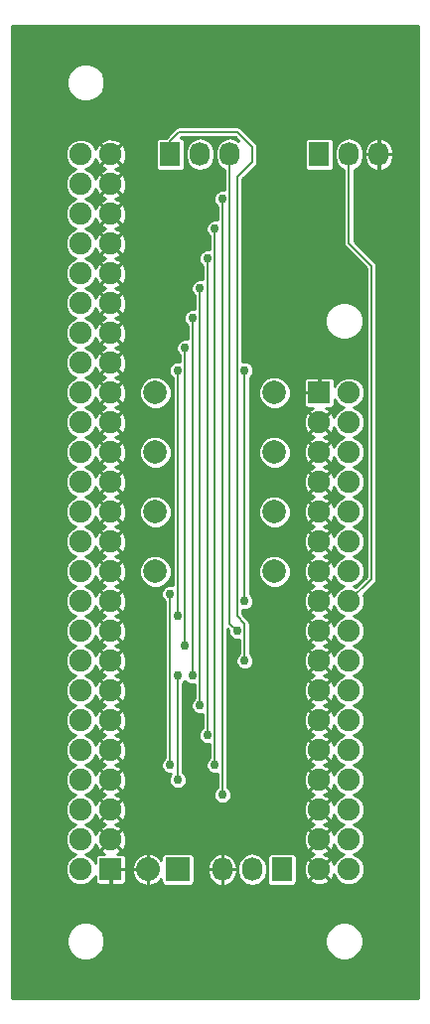
<source format=gbr>
G04 #@! TF.FileFunction,Copper,L2,Bot,Signal*
%FSLAX46Y46*%
G04 Gerber Fmt 4.6, Leading zero omitted, Abs format (unit mm)*
G04 Created by KiCad (PCBNEW (2014-12-16 BZR 5324)-product) date Thursday, July 30, 2015 'PMt' 09:23:13 PM*
%MOMM*%
G01*
G04 APERTURE LIST*
%ADD10C,0.127000*%
%ADD11R,1.905000X1.905000*%
%ADD12C,1.905000*%
%ADD13R,2.032000X2.032000*%
%ADD14O,2.032000X2.032000*%
%ADD15R,1.727200X2.032000*%
%ADD16O,1.727200X2.032000*%
%ADD17C,1.998980*%
%ADD18C,0.762000*%
%ADD19C,0.152400*%
%ADD20C,0.254000*%
G04 APERTURE END LIST*
D10*
D11*
X8890000Y11430000D03*
D12*
X6350000Y11430000D03*
X8890000Y13970000D03*
X6350000Y13970000D03*
X8890000Y16510000D03*
X6350000Y16510000D03*
X8890000Y19050000D03*
X6350000Y19050000D03*
X8890000Y21590000D03*
X6350000Y21590000D03*
X8890000Y24130000D03*
X6350000Y24130000D03*
X8890000Y26670000D03*
X6350000Y26670000D03*
X8890000Y29210000D03*
X6350000Y29210000D03*
X8890000Y31750000D03*
X6350000Y31750000D03*
X8890000Y34290000D03*
X6350000Y34290000D03*
X8890000Y36830000D03*
X6350000Y36830000D03*
X8890000Y39370000D03*
X6350000Y39370000D03*
X8890000Y41910000D03*
X6350000Y41910000D03*
X8890000Y44450000D03*
X6350000Y44450000D03*
X8890000Y46990000D03*
X6350000Y46990000D03*
X8890000Y49530000D03*
X6350000Y49530000D03*
X8890000Y52070000D03*
X6350000Y52070000D03*
X8890000Y54610000D03*
X6350000Y54610000D03*
X8890000Y57150000D03*
X6350000Y57150000D03*
X8890000Y59690000D03*
X6350000Y59690000D03*
X8890000Y62230000D03*
X6350000Y62230000D03*
X8890000Y64770000D03*
X6350000Y64770000D03*
X8890000Y67310000D03*
X6350000Y67310000D03*
X8890000Y69850000D03*
X6350000Y69850000D03*
X8890000Y72390000D03*
X6350000Y72390000D03*
D11*
X26670000Y52070000D03*
D12*
X29210000Y52070000D03*
X26670000Y49530000D03*
X29210000Y49530000D03*
X26670000Y46990000D03*
X29210000Y46990000D03*
X26670000Y44450000D03*
X29210000Y44450000D03*
X26670000Y41910000D03*
X29210000Y41910000D03*
X26670000Y39370000D03*
X29210000Y39370000D03*
X26670000Y36830000D03*
X29210000Y36830000D03*
X26670000Y34290000D03*
X29210000Y34290000D03*
X26670000Y31750000D03*
X29210000Y31750000D03*
X26670000Y29210000D03*
X29210000Y29210000D03*
X26670000Y26670000D03*
X29210000Y26670000D03*
X26670000Y24130000D03*
X29210000Y24130000D03*
X26670000Y21590000D03*
X29210000Y21590000D03*
X26670000Y19050000D03*
X29210000Y19050000D03*
X26670000Y16510000D03*
X29210000Y16510000D03*
X26670000Y13970000D03*
X29210000Y13970000D03*
X26670000Y11430000D03*
X29210000Y11430000D03*
D13*
X14605000Y11430000D03*
D14*
X12065000Y11430000D03*
D15*
X13970000Y72390000D03*
D16*
X16510000Y72390000D03*
X19050000Y72390000D03*
D15*
X26670000Y72390000D03*
D16*
X29210000Y72390000D03*
X31750000Y72390000D03*
D17*
X22860000Y52070000D03*
X12700000Y52070000D03*
X22860000Y46990000D03*
X12700000Y46990000D03*
X22860000Y41910000D03*
X12700000Y41910000D03*
X22860000Y36830000D03*
X12700000Y36830000D03*
D15*
X23495000Y11430000D03*
D16*
X20955000Y11430000D03*
X18415000Y11430000D03*
D18*
X13335000Y49530000D03*
X21590000Y49530000D03*
X13335000Y44450000D03*
X21590000Y44450000D03*
X13335000Y39370000D03*
X21590000Y39370000D03*
X14605000Y19050000D03*
X14605000Y27940000D03*
X20320000Y29210000D03*
X19685000Y31750000D03*
X20320000Y53975000D03*
X20320000Y34290000D03*
X13970000Y34925000D03*
X13970000Y20320000D03*
X14605000Y33020000D03*
X14605000Y53975000D03*
X15240000Y30480000D03*
X15240000Y55880000D03*
X16510000Y25400000D03*
X16510000Y60960000D03*
X17145000Y22860000D03*
X17145000Y63500000D03*
X17780000Y20320000D03*
X17780000Y66040000D03*
X18415000Y17780000D03*
X18415000Y68580000D03*
X15875000Y27940000D03*
X15875000Y58420000D03*
D19*
X14605000Y27940000D02*
X14605000Y19050000D01*
X20320000Y32385000D02*
X20320000Y29210000D01*
X19685000Y33020000D02*
X20320000Y32385000D01*
X19685000Y70485000D02*
X19685000Y33020000D01*
X20955000Y71755000D02*
X19685000Y70485000D01*
X20955000Y73025000D02*
X20955000Y71755000D01*
X19685000Y74295000D02*
X20955000Y73025000D01*
X14706600Y74295000D02*
X19685000Y74295000D01*
X13970000Y72390000D02*
X13970000Y73558400D01*
X13970000Y73558400D02*
X14706600Y74295000D01*
X19050000Y72390000D02*
X19050000Y32385000D01*
X19050000Y32385000D02*
X19685000Y31750000D01*
X20320000Y34290000D02*
X20320000Y53975000D01*
X13970000Y34925000D02*
X13970000Y20320000D01*
X14605000Y53975000D02*
X14605000Y33020000D01*
X15240000Y55880000D02*
X15240000Y30480000D01*
X16510000Y60960000D02*
X16510000Y25400000D01*
X17145000Y63500000D02*
X17145000Y22860000D01*
X17780000Y66040000D02*
X17780000Y20320000D01*
X18415000Y68580000D02*
X18415000Y17780000D01*
X29210000Y72390000D02*
X29210000Y64770000D01*
X29210000Y64770000D02*
X31115000Y62865000D01*
X31115000Y62865000D02*
X31115000Y36195000D01*
X31115000Y36195000D02*
X29210000Y34290000D01*
X15875000Y58420000D02*
X15875000Y27940000D01*
D20*
G36*
X35104000Y456000D02*
X32994600Y456000D01*
X32994600Y72224900D01*
X32994600Y72377300D01*
X32994600Y72402700D01*
X32994600Y72555100D01*
X32895000Y73030421D01*
X32621085Y73431445D01*
X32214555Y73697120D01*
X31957232Y73769626D01*
X31762700Y73691680D01*
X31762700Y72402700D01*
X32994600Y72402700D01*
X32994600Y72377300D01*
X31762700Y72377300D01*
X31762700Y71088320D01*
X31957232Y71010374D01*
X32214555Y71082880D01*
X32621085Y71348555D01*
X32895000Y71749579D01*
X32994600Y72224900D01*
X32994600Y456000D01*
X31737300Y456000D01*
X31737300Y71088320D01*
X31737300Y72377300D01*
X31737300Y72402700D01*
X31737300Y73691680D01*
X31542768Y73769626D01*
X31285445Y73697120D01*
X30878915Y73431445D01*
X30605000Y73030421D01*
X30505400Y72555100D01*
X30505400Y72402700D01*
X31737300Y72402700D01*
X31737300Y72377300D01*
X30505400Y72377300D01*
X30505400Y72224900D01*
X30605000Y71749579D01*
X30878915Y71348555D01*
X31285445Y71082880D01*
X31542768Y71010374D01*
X31737300Y71088320D01*
X31737300Y456000D01*
X31572200Y456000D01*
X31572200Y36195000D01*
X31572200Y62865000D01*
X31537398Y63039963D01*
X31438289Y63188289D01*
X29667200Y64959378D01*
X29667200Y71056575D01*
X29686288Y71060371D01*
X30090065Y71330166D01*
X30359860Y71733943D01*
X30454600Y72210231D01*
X30454600Y72569769D01*
X30359860Y73046057D01*
X30090065Y73449834D01*
X29686288Y73719629D01*
X29210000Y73814369D01*
X28733712Y73719629D01*
X28329935Y73449834D01*
X28060140Y73046057D01*
X27965400Y72569769D01*
X27965400Y72210231D01*
X28060140Y71733943D01*
X28329935Y71330166D01*
X28733712Y71060371D01*
X28752800Y71056575D01*
X28752800Y64770000D01*
X28787602Y64595037D01*
X28886711Y64446711D01*
X30657800Y62675622D01*
X30657800Y36384378D01*
X29773378Y35499957D01*
X29628553Y35560094D01*
X29964380Y35698854D01*
X30339827Y36073647D01*
X30543268Y36563587D01*
X30543731Y37094086D01*
X30341146Y37584380D01*
X29966353Y37959827D01*
X29628553Y38100094D01*
X29964380Y38238854D01*
X30339827Y38613647D01*
X30543268Y39103587D01*
X30543731Y39634086D01*
X30341146Y40124380D01*
X29966353Y40499827D01*
X29628553Y40640094D01*
X29964380Y40778854D01*
X30339827Y41153647D01*
X30543268Y41643587D01*
X30543731Y42174086D01*
X30341146Y42664380D01*
X29966353Y43039827D01*
X29628553Y43180094D01*
X29964380Y43318854D01*
X30339827Y43693647D01*
X30543268Y44183587D01*
X30543731Y44714086D01*
X30341146Y45204380D01*
X29966353Y45579827D01*
X29628553Y45720094D01*
X29964380Y45858854D01*
X30339827Y46233647D01*
X30543268Y46723587D01*
X30543731Y47254086D01*
X30341146Y47744380D01*
X29966353Y48119827D01*
X29628553Y48260094D01*
X29964380Y48398854D01*
X30339827Y48773647D01*
X30543268Y49263587D01*
X30543731Y49794086D01*
X30341146Y50284380D01*
X29966353Y50659827D01*
X29628553Y50800094D01*
X29964380Y50938854D01*
X30339827Y51313647D01*
X30543268Y51803587D01*
X30543731Y52334086D01*
X30425881Y52619306D01*
X30425881Y58511933D01*
X30178920Y59109625D01*
X29722030Y59567313D01*
X29124770Y59815317D01*
X28478067Y59815881D01*
X27922064Y59586146D01*
X27922064Y71374000D01*
X27922064Y73406000D01*
X27893878Y73551274D01*
X27810004Y73678956D01*
X27683384Y73764426D01*
X27533600Y73794464D01*
X25806400Y73794464D01*
X25661126Y73766278D01*
X25533444Y73682404D01*
X25447974Y73555784D01*
X25417936Y73406000D01*
X25417936Y71374000D01*
X25446122Y71228726D01*
X25529996Y71101044D01*
X25656616Y71015574D01*
X25806400Y70985536D01*
X27533600Y70985536D01*
X27678874Y71013722D01*
X27806556Y71097596D01*
X27892026Y71224216D01*
X27922064Y71374000D01*
X27922064Y59586146D01*
X27880375Y59568920D01*
X27422687Y59112030D01*
X27174683Y58514770D01*
X27174119Y57868067D01*
X27421080Y57270375D01*
X27877970Y56812687D01*
X28475230Y56564683D01*
X29121933Y56564119D01*
X29719625Y56811080D01*
X30177313Y57267970D01*
X30425317Y57865230D01*
X30425881Y58511933D01*
X30425881Y52619306D01*
X30341146Y52824380D01*
X29966353Y53199827D01*
X29476413Y53403268D01*
X28945914Y53403731D01*
X28455620Y53201146D01*
X28080173Y52826353D01*
X28003500Y52641705D01*
X28003500Y53098286D01*
X27945496Y53238320D01*
X27838319Y53345496D01*
X27698285Y53403500D01*
X27546714Y53403500D01*
X26777950Y53403500D01*
X26682700Y53308250D01*
X26682700Y52082700D01*
X26702700Y52082700D01*
X26702700Y52057300D01*
X26682700Y52057300D01*
X26682700Y52037300D01*
X26657300Y52037300D01*
X26657300Y52057300D01*
X26657300Y52082700D01*
X26657300Y53308250D01*
X26562050Y53403500D01*
X25793286Y53403500D01*
X25641715Y53403500D01*
X25501681Y53345496D01*
X25394504Y53238320D01*
X25336500Y53098286D01*
X25336500Y52177950D01*
X25431750Y52082700D01*
X26657300Y52082700D01*
X26657300Y52057300D01*
X25431750Y52057300D01*
X25336500Y51962050D01*
X25336500Y51041714D01*
X25394504Y50901680D01*
X25501681Y50794504D01*
X25641715Y50736500D01*
X25793286Y50736500D01*
X26090842Y50736500D01*
X25948800Y50682585D01*
X25881142Y50637377D01*
X25784977Y50432983D01*
X26670000Y49547961D01*
X27555023Y50432983D01*
X27458858Y50637377D01*
X27238451Y50736500D01*
X27546714Y50736500D01*
X27698285Y50736500D01*
X27838319Y50794504D01*
X27945496Y50901680D01*
X28003500Y51041714D01*
X28003500Y51497991D01*
X28078854Y51315620D01*
X28453647Y50940173D01*
X28791446Y50799907D01*
X28455620Y50661146D01*
X28080173Y50286353D01*
X27938628Y49945476D01*
X27822585Y50251200D01*
X27777377Y50318858D01*
X27572983Y50415023D01*
X26687961Y49530000D01*
X27572983Y48644977D01*
X27777377Y48741142D01*
X27941922Y49107020D01*
X28078854Y48775620D01*
X28453647Y48400173D01*
X28791446Y48259907D01*
X28455620Y48121146D01*
X28080173Y47746353D01*
X27938628Y47405476D01*
X27822585Y47711200D01*
X27777377Y47778858D01*
X27572983Y47875023D01*
X27555023Y47857063D01*
X27555023Y47892983D01*
X27458858Y48097377D01*
X27090210Y48263169D01*
X27391200Y48377415D01*
X27458858Y48422623D01*
X27555023Y48627017D01*
X26670000Y49512039D01*
X26652039Y49494079D01*
X26652039Y49530000D01*
X25767017Y50415023D01*
X25562623Y50318858D01*
X25345034Y49835035D01*
X25329159Y49304773D01*
X25517415Y48808800D01*
X25562623Y48741142D01*
X25767017Y48644977D01*
X26652039Y49530000D01*
X26652039Y49494079D01*
X25784977Y48627017D01*
X25881142Y48422623D01*
X26249789Y48256832D01*
X25948800Y48142585D01*
X25881142Y48097377D01*
X25784977Y47892983D01*
X26670000Y47007961D01*
X27555023Y47892983D01*
X27555023Y47857063D01*
X26687961Y46990000D01*
X27572983Y46104977D01*
X27777377Y46201142D01*
X27941922Y46567020D01*
X28078854Y46235620D01*
X28453647Y45860173D01*
X28791446Y45719907D01*
X28455620Y45581146D01*
X28080173Y45206353D01*
X27938628Y44865476D01*
X27822585Y45171200D01*
X27777377Y45238858D01*
X27572983Y45335023D01*
X27555023Y45317063D01*
X27555023Y45352983D01*
X27458858Y45557377D01*
X27090210Y45723169D01*
X27391200Y45837415D01*
X27458858Y45882623D01*
X27555023Y46087017D01*
X26670000Y46972039D01*
X26652039Y46954079D01*
X26652039Y46990000D01*
X25767017Y47875023D01*
X25562623Y47778858D01*
X25345034Y47295035D01*
X25329159Y46764773D01*
X25517415Y46268800D01*
X25562623Y46201142D01*
X25767017Y46104977D01*
X26652039Y46990000D01*
X26652039Y46954079D01*
X25784977Y46087017D01*
X25881142Y45882623D01*
X26249789Y45716832D01*
X25948800Y45602585D01*
X25881142Y45557377D01*
X25784977Y45352983D01*
X26670000Y44467961D01*
X27555023Y45352983D01*
X27555023Y45317063D01*
X26687961Y44450000D01*
X27572983Y43564977D01*
X27777377Y43661142D01*
X27941922Y44027020D01*
X28078854Y43695620D01*
X28453647Y43320173D01*
X28791446Y43179907D01*
X28455620Y43041146D01*
X28080173Y42666353D01*
X27938628Y42325476D01*
X27822585Y42631200D01*
X27777377Y42698858D01*
X27572983Y42795023D01*
X27555023Y42777063D01*
X27555023Y42812983D01*
X27458858Y43017377D01*
X27090210Y43183169D01*
X27391200Y43297415D01*
X27458858Y43342623D01*
X27555023Y43547017D01*
X26670000Y44432039D01*
X26652039Y44414079D01*
X26652039Y44450000D01*
X25767017Y45335023D01*
X25562623Y45238858D01*
X25345034Y44755035D01*
X25329159Y44224773D01*
X25517415Y43728800D01*
X25562623Y43661142D01*
X25767017Y43564977D01*
X26652039Y44450000D01*
X26652039Y44414079D01*
X25784977Y43547017D01*
X25881142Y43342623D01*
X26249789Y43176832D01*
X25948800Y43062585D01*
X25881142Y43017377D01*
X25784977Y42812983D01*
X26670000Y41927961D01*
X27555023Y42812983D01*
X27555023Y42777063D01*
X26687961Y41910000D01*
X27572983Y41024977D01*
X27777377Y41121142D01*
X27941922Y41487020D01*
X28078854Y41155620D01*
X28453647Y40780173D01*
X28791446Y40639907D01*
X28455620Y40501146D01*
X28080173Y40126353D01*
X27938628Y39785476D01*
X27822585Y40091200D01*
X27777377Y40158858D01*
X27572983Y40255023D01*
X27555023Y40237063D01*
X27555023Y40272983D01*
X27458858Y40477377D01*
X27090210Y40643169D01*
X27391200Y40757415D01*
X27458858Y40802623D01*
X27555023Y41007017D01*
X26670000Y41892039D01*
X26652039Y41874079D01*
X26652039Y41910000D01*
X25767017Y42795023D01*
X25562623Y42698858D01*
X25345034Y42215035D01*
X25329159Y41684773D01*
X25517415Y41188800D01*
X25562623Y41121142D01*
X25767017Y41024977D01*
X26652039Y41910000D01*
X26652039Y41874079D01*
X25784977Y41007017D01*
X25881142Y40802623D01*
X26249789Y40636832D01*
X25948800Y40522585D01*
X25881142Y40477377D01*
X25784977Y40272983D01*
X26670000Y39387961D01*
X27555023Y40272983D01*
X27555023Y40237063D01*
X26687961Y39370000D01*
X27572983Y38484977D01*
X27777377Y38581142D01*
X27941922Y38947020D01*
X28078854Y38615620D01*
X28453647Y38240173D01*
X28791446Y38099907D01*
X28455620Y37961146D01*
X28080173Y37586353D01*
X27938628Y37245476D01*
X27822585Y37551200D01*
X27777377Y37618858D01*
X27572983Y37715023D01*
X27555023Y37697063D01*
X27555023Y37732983D01*
X27458858Y37937377D01*
X27090210Y38103169D01*
X27391200Y38217415D01*
X27458858Y38262623D01*
X27555023Y38467017D01*
X26670000Y39352039D01*
X26652039Y39334079D01*
X26652039Y39370000D01*
X25767017Y40255023D01*
X25562623Y40158858D01*
X25345034Y39675035D01*
X25329159Y39144773D01*
X25517415Y38648800D01*
X25562623Y38581142D01*
X25767017Y38484977D01*
X26652039Y39370000D01*
X26652039Y39334079D01*
X25784977Y38467017D01*
X25881142Y38262623D01*
X26249789Y38096832D01*
X25948800Y37982585D01*
X25881142Y37937377D01*
X25784977Y37732983D01*
X26670000Y36847961D01*
X27555023Y37732983D01*
X27555023Y37697063D01*
X26687961Y36830000D01*
X27572983Y35944977D01*
X27777377Y36041142D01*
X27941922Y36407020D01*
X28078854Y36075620D01*
X28453647Y35700173D01*
X28791446Y35559907D01*
X28455620Y35421146D01*
X28080173Y35046353D01*
X27938628Y34705476D01*
X27822585Y35011200D01*
X27777377Y35078858D01*
X27572983Y35175023D01*
X27555023Y35157063D01*
X27555023Y35192983D01*
X27458858Y35397377D01*
X27090210Y35563169D01*
X27391200Y35677415D01*
X27458858Y35722623D01*
X27555023Y35927017D01*
X26670000Y36812039D01*
X26652039Y36794079D01*
X26652039Y36830000D01*
X25767017Y37715023D01*
X25562623Y37618858D01*
X25345034Y37135035D01*
X25329159Y36604773D01*
X25517415Y36108800D01*
X25562623Y36041142D01*
X25767017Y35944977D01*
X26652039Y36830000D01*
X26652039Y36794079D01*
X25784977Y35927017D01*
X25881142Y35722623D01*
X26249789Y35556832D01*
X25948800Y35442585D01*
X25881142Y35397377D01*
X25784977Y35192983D01*
X26670000Y34307961D01*
X27555023Y35192983D01*
X27555023Y35157063D01*
X26687961Y34290000D01*
X27572983Y33404977D01*
X27777377Y33501142D01*
X27941922Y33867020D01*
X28078854Y33535620D01*
X28453647Y33160173D01*
X28791446Y33019907D01*
X28455620Y32881146D01*
X28080173Y32506353D01*
X27938628Y32165476D01*
X27822585Y32471200D01*
X27777377Y32538858D01*
X27572983Y32635023D01*
X27555023Y32617063D01*
X27555023Y32652983D01*
X27458858Y32857377D01*
X27090210Y33023169D01*
X27391200Y33137415D01*
X27458858Y33182623D01*
X27555023Y33387017D01*
X26670000Y34272039D01*
X26652039Y34254079D01*
X26652039Y34290000D01*
X25767017Y35175023D01*
X25562623Y35078858D01*
X25345034Y34595035D01*
X25329159Y34064773D01*
X25517415Y33568800D01*
X25562623Y33501142D01*
X25767017Y33404977D01*
X26652039Y34290000D01*
X26652039Y34254079D01*
X25784977Y33387017D01*
X25881142Y33182623D01*
X26249789Y33016832D01*
X25948800Y32902585D01*
X25881142Y32857377D01*
X25784977Y32652983D01*
X26670000Y31767961D01*
X27555023Y32652983D01*
X27555023Y32617063D01*
X26687961Y31750000D01*
X27572983Y30864977D01*
X27777377Y30961142D01*
X27941922Y31327020D01*
X28078854Y30995620D01*
X28453647Y30620173D01*
X28791446Y30479907D01*
X28455620Y30341146D01*
X28080173Y29966353D01*
X27938628Y29625476D01*
X27822585Y29931200D01*
X27777377Y29998858D01*
X27572983Y30095023D01*
X27555023Y30077063D01*
X27555023Y30112983D01*
X27458858Y30317377D01*
X27090210Y30483169D01*
X27391200Y30597415D01*
X27458858Y30642623D01*
X27555023Y30847017D01*
X26670000Y31732039D01*
X26652039Y31714079D01*
X26652039Y31750000D01*
X25767017Y32635023D01*
X25562623Y32538858D01*
X25345034Y32055035D01*
X25329159Y31524773D01*
X25517415Y31028800D01*
X25562623Y30961142D01*
X25767017Y30864977D01*
X26652039Y31750000D01*
X26652039Y31714079D01*
X25784977Y30847017D01*
X25881142Y30642623D01*
X26249789Y30476832D01*
X25948800Y30362585D01*
X25881142Y30317377D01*
X25784977Y30112983D01*
X26670000Y29227961D01*
X27555023Y30112983D01*
X27555023Y30077063D01*
X26687961Y29210000D01*
X27572983Y28324977D01*
X27777377Y28421142D01*
X27941922Y28787020D01*
X28078854Y28455620D01*
X28453647Y28080173D01*
X28791446Y27939907D01*
X28455620Y27801146D01*
X28080173Y27426353D01*
X27938628Y27085476D01*
X27822585Y27391200D01*
X27777377Y27458858D01*
X27572983Y27555023D01*
X27555023Y27537063D01*
X27555023Y27572983D01*
X27458858Y27777377D01*
X27090210Y27943169D01*
X27391200Y28057415D01*
X27458858Y28102623D01*
X27555023Y28307017D01*
X26670000Y29192039D01*
X26652039Y29174079D01*
X26652039Y29210000D01*
X25767017Y30095023D01*
X25562623Y29998858D01*
X25345034Y29515035D01*
X25329159Y28984773D01*
X25517415Y28488800D01*
X25562623Y28421142D01*
X25767017Y28324977D01*
X26652039Y29210000D01*
X26652039Y29174079D01*
X25784977Y28307017D01*
X25881142Y28102623D01*
X26249789Y27936832D01*
X25948800Y27822585D01*
X25881142Y27777377D01*
X25784977Y27572983D01*
X26670000Y26687961D01*
X27555023Y27572983D01*
X27555023Y27537063D01*
X26687961Y26670000D01*
X27572983Y25784977D01*
X27777377Y25881142D01*
X27941922Y26247020D01*
X28078854Y25915620D01*
X28453647Y25540173D01*
X28791446Y25399907D01*
X28455620Y25261146D01*
X28080173Y24886353D01*
X27938628Y24545476D01*
X27822585Y24851200D01*
X27777377Y24918858D01*
X27572983Y25015023D01*
X27555023Y24997063D01*
X27555023Y25032983D01*
X27458858Y25237377D01*
X27090210Y25403169D01*
X27391200Y25517415D01*
X27458858Y25562623D01*
X27555023Y25767017D01*
X26670000Y26652039D01*
X26652039Y26634079D01*
X26652039Y26670000D01*
X25767017Y27555023D01*
X25562623Y27458858D01*
X25345034Y26975035D01*
X25329159Y26444773D01*
X25517415Y25948800D01*
X25562623Y25881142D01*
X25767017Y25784977D01*
X26652039Y26670000D01*
X26652039Y26634079D01*
X25784977Y25767017D01*
X25881142Y25562623D01*
X26249789Y25396832D01*
X25948800Y25282585D01*
X25881142Y25237377D01*
X25784977Y25032983D01*
X26670000Y24147961D01*
X27555023Y25032983D01*
X27555023Y24997063D01*
X26687961Y24130000D01*
X27572983Y23244977D01*
X27777377Y23341142D01*
X27941922Y23707020D01*
X28078854Y23375620D01*
X28453647Y23000173D01*
X28791446Y22859907D01*
X28455620Y22721146D01*
X28080173Y22346353D01*
X27938628Y22005476D01*
X27822585Y22311200D01*
X27777377Y22378858D01*
X27572983Y22475023D01*
X27555023Y22457063D01*
X27555023Y22492983D01*
X27458858Y22697377D01*
X27090210Y22863169D01*
X27391200Y22977415D01*
X27458858Y23022623D01*
X27555023Y23227017D01*
X26670000Y24112039D01*
X26652039Y24094079D01*
X26652039Y24130000D01*
X25767017Y25015023D01*
X25562623Y24918858D01*
X25345034Y24435035D01*
X25329159Y23904773D01*
X25517415Y23408800D01*
X25562623Y23341142D01*
X25767017Y23244977D01*
X26652039Y24130000D01*
X26652039Y24094079D01*
X25784977Y23227017D01*
X25881142Y23022623D01*
X26249789Y22856832D01*
X25948800Y22742585D01*
X25881142Y22697377D01*
X25784977Y22492983D01*
X26670000Y21607961D01*
X27555023Y22492983D01*
X27555023Y22457063D01*
X26687961Y21590000D01*
X27572983Y20704977D01*
X27777377Y20801142D01*
X27941922Y21167020D01*
X28078854Y20835620D01*
X28453647Y20460173D01*
X28791446Y20319907D01*
X28455620Y20181146D01*
X28080173Y19806353D01*
X27938628Y19465476D01*
X27822585Y19771200D01*
X27777377Y19838858D01*
X27572983Y19935023D01*
X27555023Y19917063D01*
X27555023Y19952983D01*
X27458858Y20157377D01*
X27090210Y20323169D01*
X27391200Y20437415D01*
X27458858Y20482623D01*
X27555023Y20687017D01*
X26670000Y21572039D01*
X26652039Y21554079D01*
X26652039Y21590000D01*
X25767017Y22475023D01*
X25562623Y22378858D01*
X25345034Y21895035D01*
X25329159Y21364773D01*
X25517415Y20868800D01*
X25562623Y20801142D01*
X25767017Y20704977D01*
X26652039Y21590000D01*
X26652039Y21554079D01*
X25784977Y20687017D01*
X25881142Y20482623D01*
X26249789Y20316832D01*
X25948800Y20202585D01*
X25881142Y20157377D01*
X25784977Y19952983D01*
X26670000Y19067961D01*
X27555023Y19952983D01*
X27555023Y19917063D01*
X26687961Y19050000D01*
X27572983Y18164977D01*
X27777377Y18261142D01*
X27941922Y18627020D01*
X28078854Y18295620D01*
X28453647Y17920173D01*
X28791446Y17779907D01*
X28455620Y17641146D01*
X28080173Y17266353D01*
X27938628Y16925476D01*
X27822585Y17231200D01*
X27777377Y17298858D01*
X27572983Y17395023D01*
X27555023Y17377063D01*
X27555023Y17412983D01*
X27458858Y17617377D01*
X27090210Y17783169D01*
X27391200Y17897415D01*
X27458858Y17942623D01*
X27555023Y18147017D01*
X26670000Y19032039D01*
X26652039Y19014079D01*
X26652039Y19050000D01*
X25767017Y19935023D01*
X25562623Y19838858D01*
X25345034Y19355035D01*
X25329159Y18824773D01*
X25517415Y18328800D01*
X25562623Y18261142D01*
X25767017Y18164977D01*
X26652039Y19050000D01*
X26652039Y19014079D01*
X25784977Y18147017D01*
X25881142Y17942623D01*
X26249789Y17776832D01*
X25948800Y17662585D01*
X25881142Y17617377D01*
X25784977Y17412983D01*
X26670000Y16527961D01*
X27555023Y17412983D01*
X27555023Y17377063D01*
X26687961Y16510000D01*
X27572983Y15624977D01*
X27777377Y15721142D01*
X27941922Y16087020D01*
X28078854Y15755620D01*
X28453647Y15380173D01*
X28791446Y15239907D01*
X28455620Y15101146D01*
X28080173Y14726353D01*
X27938628Y14385476D01*
X27822585Y14691200D01*
X27777377Y14758858D01*
X27572983Y14855023D01*
X27555023Y14837063D01*
X27555023Y14872983D01*
X27458858Y15077377D01*
X27090210Y15243169D01*
X27391200Y15357415D01*
X27458858Y15402623D01*
X27555023Y15607017D01*
X26670000Y16492039D01*
X26652039Y16474079D01*
X26652039Y16510000D01*
X25767017Y17395023D01*
X25562623Y17298858D01*
X25345034Y16815035D01*
X25329159Y16284773D01*
X25517415Y15788800D01*
X25562623Y15721142D01*
X25767017Y15624977D01*
X26652039Y16510000D01*
X26652039Y16474079D01*
X25784977Y15607017D01*
X25881142Y15402623D01*
X26249789Y15236832D01*
X25948800Y15122585D01*
X25881142Y15077377D01*
X25784977Y14872983D01*
X26670000Y13987961D01*
X27555023Y14872983D01*
X27555023Y14837063D01*
X26687961Y13970000D01*
X27572983Y13084977D01*
X27777377Y13181142D01*
X27941922Y13547020D01*
X28078854Y13215620D01*
X28453647Y12840173D01*
X28791446Y12699907D01*
X28455620Y12561146D01*
X28080173Y12186353D01*
X27938628Y11845476D01*
X27822585Y12151200D01*
X27777377Y12218858D01*
X27572983Y12315023D01*
X27555023Y12297063D01*
X27555023Y12332983D01*
X27458858Y12537377D01*
X27090210Y12703169D01*
X27391200Y12817415D01*
X27458858Y12862623D01*
X27555023Y13067017D01*
X26670000Y13952039D01*
X26652039Y13934079D01*
X26652039Y13970000D01*
X25767017Y14855023D01*
X25562623Y14758858D01*
X25345034Y14275035D01*
X25329159Y13744773D01*
X25517415Y13248800D01*
X25562623Y13181142D01*
X25767017Y13084977D01*
X26652039Y13970000D01*
X26652039Y13934079D01*
X25784977Y13067017D01*
X25881142Y12862623D01*
X26249789Y12696832D01*
X25948800Y12582585D01*
X25881142Y12537377D01*
X25784977Y12332983D01*
X26670000Y11447961D01*
X27555023Y12332983D01*
X27555023Y12297063D01*
X26687961Y11430000D01*
X27572983Y10544977D01*
X27777377Y10641142D01*
X27941922Y11007020D01*
X28078854Y10675620D01*
X28453647Y10300173D01*
X28943587Y10096732D01*
X29474086Y10096269D01*
X29964380Y10298854D01*
X30339827Y10673647D01*
X30543268Y11163587D01*
X30543731Y11694086D01*
X30341146Y12184380D01*
X29966353Y12559827D01*
X29628553Y12700094D01*
X29964380Y12838854D01*
X30339827Y13213647D01*
X30543268Y13703587D01*
X30543731Y14234086D01*
X30341146Y14724380D01*
X29966353Y15099827D01*
X29628553Y15240094D01*
X29964380Y15378854D01*
X30339827Y15753647D01*
X30543268Y16243587D01*
X30543731Y16774086D01*
X30341146Y17264380D01*
X29966353Y17639827D01*
X29628553Y17780094D01*
X29964380Y17918854D01*
X30339827Y18293647D01*
X30543268Y18783587D01*
X30543731Y19314086D01*
X30341146Y19804380D01*
X29966353Y20179827D01*
X29628553Y20320094D01*
X29964380Y20458854D01*
X30339827Y20833647D01*
X30543268Y21323587D01*
X30543731Y21854086D01*
X30341146Y22344380D01*
X29966353Y22719827D01*
X29628553Y22860094D01*
X29964380Y22998854D01*
X30339827Y23373647D01*
X30543268Y23863587D01*
X30543731Y24394086D01*
X30341146Y24884380D01*
X29966353Y25259827D01*
X29628553Y25400094D01*
X29964380Y25538854D01*
X30339827Y25913647D01*
X30543268Y26403587D01*
X30543731Y26934086D01*
X30341146Y27424380D01*
X29966353Y27799827D01*
X29628553Y27940094D01*
X29964380Y28078854D01*
X30339827Y28453647D01*
X30543268Y28943587D01*
X30543731Y29474086D01*
X30341146Y29964380D01*
X29966353Y30339827D01*
X29628553Y30480094D01*
X29964380Y30618854D01*
X30339827Y30993647D01*
X30543268Y31483587D01*
X30543731Y32014086D01*
X30341146Y32504380D01*
X29966353Y32879827D01*
X29628553Y33020094D01*
X29964380Y33158854D01*
X30339827Y33533647D01*
X30543268Y34023587D01*
X30543731Y34554086D01*
X30420034Y34853457D01*
X31438289Y35871711D01*
X31537398Y36020037D01*
X31572200Y36195000D01*
X31572200Y456000D01*
X30425881Y456000D01*
X30425881Y5631933D01*
X30178920Y6229625D01*
X29722030Y6687313D01*
X29124770Y6935317D01*
X28478067Y6935881D01*
X27880375Y6688920D01*
X27555023Y6364136D01*
X27555023Y10527017D01*
X26670000Y11412039D01*
X26652039Y11394079D01*
X26652039Y11430000D01*
X25767017Y12315023D01*
X25562623Y12218858D01*
X25345034Y11735035D01*
X25329159Y11204773D01*
X25517415Y10708800D01*
X25562623Y10641142D01*
X25767017Y10544977D01*
X26652039Y11430000D01*
X26652039Y11394079D01*
X25784977Y10527017D01*
X25881142Y10322623D01*
X26364965Y10105034D01*
X26895227Y10089159D01*
X27391200Y10277415D01*
X27458858Y10322623D01*
X27555023Y10527017D01*
X27555023Y6364136D01*
X27422687Y6232030D01*
X27174683Y5634770D01*
X27174119Y4988067D01*
X27421080Y4390375D01*
X27877970Y3932687D01*
X28475230Y3684683D01*
X29121933Y3684119D01*
X29719625Y3931080D01*
X30177313Y4387970D01*
X30425317Y4985230D01*
X30425881Y5631933D01*
X30425881Y456000D01*
X24747064Y456000D01*
X24747064Y10414000D01*
X24747064Y12446000D01*
X24718878Y12591274D01*
X24635004Y12718956D01*
X24508384Y12804426D01*
X24358600Y12834464D01*
X24240729Y12834464D01*
X24240729Y37103392D01*
X24240729Y42183392D01*
X24240729Y47263392D01*
X24240729Y52343392D01*
X24031005Y52850963D01*
X23643006Y53239640D01*
X23135801Y53450249D01*
X22586608Y53450729D01*
X22079037Y53241005D01*
X21690360Y52853006D01*
X21479751Y52345801D01*
X21479271Y51796608D01*
X21688995Y51289037D01*
X22076994Y50900360D01*
X22584199Y50689751D01*
X23133392Y50689271D01*
X23640963Y50898995D01*
X24029640Y51286994D01*
X24240249Y51794199D01*
X24240729Y52343392D01*
X24240729Y47263392D01*
X24031005Y47770963D01*
X23643006Y48159640D01*
X23135801Y48370249D01*
X22586608Y48370729D01*
X22079037Y48161005D01*
X21690360Y47773006D01*
X21479751Y47265801D01*
X21479271Y46716608D01*
X21688995Y46209037D01*
X22076994Y45820360D01*
X22584199Y45609751D01*
X23133392Y45609271D01*
X23640963Y45818995D01*
X24029640Y46206994D01*
X24240249Y46714199D01*
X24240729Y47263392D01*
X24240729Y42183392D01*
X24031005Y42690963D01*
X23643006Y43079640D01*
X23135801Y43290249D01*
X22586608Y43290729D01*
X22079037Y43081005D01*
X21690360Y42693006D01*
X21479751Y42185801D01*
X21479271Y41636608D01*
X21688995Y41129037D01*
X22076994Y40740360D01*
X22584199Y40529751D01*
X23133392Y40529271D01*
X23640963Y40738995D01*
X24029640Y41126994D01*
X24240249Y41634199D01*
X24240729Y42183392D01*
X24240729Y37103392D01*
X24031005Y37610963D01*
X23643006Y37999640D01*
X23135801Y38210249D01*
X22586608Y38210729D01*
X22079037Y38001005D01*
X21690360Y37613006D01*
X21479751Y37105801D01*
X21479271Y36556608D01*
X21688995Y36049037D01*
X22076994Y35660360D01*
X22584199Y35449751D01*
X23133392Y35449271D01*
X23640963Y35658995D01*
X24029640Y36046994D01*
X24240249Y36554199D01*
X24240729Y37103392D01*
X24240729Y12834464D01*
X22631400Y12834464D01*
X22486126Y12806278D01*
X22358444Y12722404D01*
X22272974Y12595784D01*
X22242936Y12446000D01*
X22242936Y10414000D01*
X22271122Y10268726D01*
X22354996Y10141044D01*
X22481616Y10055574D01*
X22631400Y10025536D01*
X24358600Y10025536D01*
X24503874Y10053722D01*
X24631556Y10137596D01*
X24717026Y10264216D01*
X24747064Y10414000D01*
X24747064Y456000D01*
X22199600Y456000D01*
X22199600Y11250231D01*
X22199600Y11609769D01*
X22104860Y12086057D01*
X21835065Y12489834D01*
X21431288Y12759629D01*
X21412200Y12763426D01*
X21412200Y71755000D01*
X21412200Y73025000D01*
X21377398Y73199963D01*
X21278289Y73348289D01*
X20008289Y74618289D01*
X19859963Y74717398D01*
X19685000Y74752200D01*
X14706600Y74752200D01*
X14531637Y74717398D01*
X14383311Y74618289D01*
X13646711Y73881689D01*
X13588428Y73794464D01*
X13106400Y73794464D01*
X12961126Y73766278D01*
X12833444Y73682404D01*
X12747974Y73555784D01*
X12717936Y73406000D01*
X12717936Y71374000D01*
X12746122Y71228726D01*
X12829996Y71101044D01*
X12956616Y71015574D01*
X13106400Y70985536D01*
X14833600Y70985536D01*
X14978874Y71013722D01*
X15106556Y71097596D01*
X15192026Y71224216D01*
X15222064Y71374000D01*
X15222064Y73406000D01*
X15193878Y73551274D01*
X15110004Y73678956D01*
X14983384Y73764426D01*
X14849461Y73791284D01*
X14895978Y73837800D01*
X19495622Y73837800D01*
X19789998Y73543424D01*
X19526288Y73719629D01*
X19050000Y73814369D01*
X18573712Y73719629D01*
X18169935Y73449834D01*
X17900140Y73046057D01*
X17805400Y72569769D01*
X17805400Y72210231D01*
X17900140Y71733943D01*
X18169935Y71330166D01*
X18573712Y71060371D01*
X18592800Y71056575D01*
X18592800Y69331252D01*
X18567236Y69341867D01*
X18264094Y69342132D01*
X17983926Y69226368D01*
X17769385Y69012202D01*
X17754600Y68976596D01*
X17754600Y72210231D01*
X17754600Y72569769D01*
X17659860Y73046057D01*
X17390065Y73449834D01*
X16986288Y73719629D01*
X16510000Y73814369D01*
X16033712Y73719629D01*
X15629935Y73449834D01*
X15360140Y73046057D01*
X15265400Y72569769D01*
X15265400Y72210231D01*
X15360140Y71733943D01*
X15629935Y71330166D01*
X16033712Y71060371D01*
X16510000Y70965631D01*
X16986288Y71060371D01*
X17390065Y71330166D01*
X17659860Y71733943D01*
X17754600Y72210231D01*
X17754600Y68976596D01*
X17653133Y68732236D01*
X17652868Y68429094D01*
X17768632Y68148926D01*
X17957800Y67959427D01*
X17957800Y66791252D01*
X17932236Y66801867D01*
X17629094Y66802132D01*
X17348926Y66686368D01*
X17134385Y66472202D01*
X17018133Y66192236D01*
X17017868Y65889094D01*
X17133632Y65608926D01*
X17322800Y65419427D01*
X17322800Y64251252D01*
X17297236Y64261867D01*
X16994094Y64262132D01*
X16713926Y64146368D01*
X16499385Y63932202D01*
X16383133Y63652236D01*
X16382868Y63349094D01*
X16498632Y63068926D01*
X16687800Y62879427D01*
X16687800Y61711252D01*
X16662236Y61721867D01*
X16359094Y61722132D01*
X16078926Y61606368D01*
X15864385Y61392202D01*
X15748133Y61112236D01*
X15747868Y60809094D01*
X15863632Y60528926D01*
X16052800Y60339427D01*
X16052800Y59171252D01*
X16027236Y59181867D01*
X15724094Y59182132D01*
X15443926Y59066368D01*
X15229385Y58852202D01*
X15113133Y58572236D01*
X15112868Y58269094D01*
X15228632Y57988926D01*
X15417800Y57799427D01*
X15417800Y56631252D01*
X15392236Y56641867D01*
X15089094Y56642132D01*
X14808926Y56526368D01*
X14594385Y56312202D01*
X14478133Y56032236D01*
X14477868Y55729094D01*
X14593632Y55448926D01*
X14782800Y55259427D01*
X14782800Y54726252D01*
X14757236Y54736867D01*
X14454094Y54737132D01*
X14173926Y54621368D01*
X13959385Y54407202D01*
X13843133Y54127236D01*
X13842868Y53824094D01*
X13958632Y53543926D01*
X14147800Y53354427D01*
X14147800Y35676252D01*
X14122236Y35686867D01*
X14080729Y35686904D01*
X14080729Y37103392D01*
X14080729Y42183392D01*
X14080729Y47263392D01*
X14080729Y52343392D01*
X13871005Y52850963D01*
X13483006Y53239640D01*
X12975801Y53450249D01*
X12426608Y53450729D01*
X11919037Y53241005D01*
X11530360Y52853006D01*
X11319751Y52345801D01*
X11319271Y51796608D01*
X11528995Y51289037D01*
X11916994Y50900360D01*
X12424199Y50689751D01*
X12973392Y50689271D01*
X13480963Y50898995D01*
X13869640Y51286994D01*
X14080249Y51794199D01*
X14080729Y52343392D01*
X14080729Y47263392D01*
X13871005Y47770963D01*
X13483006Y48159640D01*
X12975801Y48370249D01*
X12426608Y48370729D01*
X11919037Y48161005D01*
X11530360Y47773006D01*
X11319751Y47265801D01*
X11319271Y46716608D01*
X11528995Y46209037D01*
X11916994Y45820360D01*
X12424199Y45609751D01*
X12973392Y45609271D01*
X13480963Y45818995D01*
X13869640Y46206994D01*
X14080249Y46714199D01*
X14080729Y47263392D01*
X14080729Y42183392D01*
X13871005Y42690963D01*
X13483006Y43079640D01*
X12975801Y43290249D01*
X12426608Y43290729D01*
X11919037Y43081005D01*
X11530360Y42693006D01*
X11319751Y42185801D01*
X11319271Y41636608D01*
X11528995Y41129037D01*
X11916994Y40740360D01*
X12424199Y40529751D01*
X12973392Y40529271D01*
X13480963Y40738995D01*
X13869640Y41126994D01*
X14080249Y41634199D01*
X14080729Y42183392D01*
X14080729Y37103392D01*
X13871005Y37610963D01*
X13483006Y37999640D01*
X12975801Y38210249D01*
X12426608Y38210729D01*
X11919037Y38001005D01*
X11530360Y37613006D01*
X11319751Y37105801D01*
X11319271Y36556608D01*
X11528995Y36049037D01*
X11916994Y35660360D01*
X12424199Y35449751D01*
X12973392Y35449271D01*
X13480963Y35658995D01*
X13869640Y36046994D01*
X14080249Y36554199D01*
X14080729Y37103392D01*
X14080729Y35686904D01*
X13819094Y35687132D01*
X13538926Y35571368D01*
X13324385Y35357202D01*
X13208133Y35077236D01*
X13207868Y34774094D01*
X13323632Y34493926D01*
X13512800Y34304427D01*
X13512800Y20940288D01*
X13324385Y20752202D01*
X13208133Y20472236D01*
X13207868Y20169094D01*
X13323632Y19888926D01*
X13537798Y19674385D01*
X13817764Y19558133D01*
X14035258Y19557943D01*
X13959385Y19482202D01*
X13843133Y19202236D01*
X13842868Y18899094D01*
X13958632Y18618926D01*
X14172798Y18404385D01*
X14452764Y18288133D01*
X14755906Y18287868D01*
X15036074Y18403632D01*
X15250615Y18617798D01*
X15366867Y18897764D01*
X15367132Y19200906D01*
X15251368Y19481074D01*
X15062200Y19670574D01*
X15062200Y27319713D01*
X15240168Y27497370D01*
X15442798Y27294385D01*
X15722764Y27178133D01*
X16025906Y27177868D01*
X16052800Y27188981D01*
X16052800Y26020288D01*
X15864385Y25832202D01*
X15748133Y25552236D01*
X15747868Y25249094D01*
X15863632Y24968926D01*
X16077798Y24754385D01*
X16357764Y24638133D01*
X16660906Y24637868D01*
X16687800Y24648981D01*
X16687800Y23480288D01*
X16499385Y23292202D01*
X16383133Y23012236D01*
X16382868Y22709094D01*
X16498632Y22428926D01*
X16712798Y22214385D01*
X16992764Y22098133D01*
X17295906Y22097868D01*
X17322800Y22108981D01*
X17322800Y20940288D01*
X17134385Y20752202D01*
X17018133Y20472236D01*
X17017868Y20169094D01*
X17133632Y19888926D01*
X17347798Y19674385D01*
X17627764Y19558133D01*
X17930906Y19557868D01*
X17957800Y19568981D01*
X17957800Y18400288D01*
X17769385Y18212202D01*
X17653133Y17932236D01*
X17652868Y17629094D01*
X17768632Y17348926D01*
X17982798Y17134385D01*
X18262764Y17018133D01*
X18565906Y17017868D01*
X18846074Y17133632D01*
X19060615Y17347798D01*
X19176867Y17627764D01*
X19177132Y17930906D01*
X19061368Y18211074D01*
X18872200Y18400574D01*
X18872200Y31916222D01*
X18923100Y31865322D01*
X18922868Y31599094D01*
X19038632Y31318926D01*
X19252798Y31104385D01*
X19532764Y30988133D01*
X19835906Y30987868D01*
X19862800Y30998981D01*
X19862800Y29830288D01*
X19674385Y29642202D01*
X19558133Y29362236D01*
X19557868Y29059094D01*
X19673632Y28778926D01*
X19887798Y28564385D01*
X20167764Y28448133D01*
X20470906Y28447868D01*
X20751074Y28563632D01*
X20965615Y28777798D01*
X21081867Y29057764D01*
X21082132Y29360906D01*
X20966368Y29641074D01*
X20777200Y29830574D01*
X20777200Y32385000D01*
X20742398Y32559963D01*
X20643289Y32708289D01*
X20142200Y33209378D01*
X20142200Y33538749D01*
X20167764Y33528133D01*
X20470906Y33527868D01*
X20751074Y33643632D01*
X20965615Y33857798D01*
X21081867Y34137764D01*
X21082132Y34440906D01*
X20966368Y34721074D01*
X20777200Y34910574D01*
X20777200Y53354713D01*
X20965615Y53542798D01*
X21081867Y53822764D01*
X21082132Y54125906D01*
X20966368Y54406074D01*
X20752202Y54620615D01*
X20472236Y54736867D01*
X20169094Y54737132D01*
X20142200Y54726020D01*
X20142200Y70295622D01*
X21278289Y71431711D01*
X21377398Y71580037D01*
X21412200Y71755000D01*
X21412200Y12763426D01*
X20955000Y12854369D01*
X20478712Y12759629D01*
X20074935Y12489834D01*
X19805140Y12086057D01*
X19710400Y11609769D01*
X19710400Y11250231D01*
X19805140Y10773943D01*
X20074935Y10370166D01*
X20478712Y10100371D01*
X20955000Y10005631D01*
X21431288Y10100371D01*
X21835065Y10370166D01*
X22104860Y10773943D01*
X22199600Y11250231D01*
X22199600Y456000D01*
X19659600Y456000D01*
X19659600Y11264900D01*
X19659600Y11417300D01*
X19659600Y11442700D01*
X19659600Y11595100D01*
X19560000Y12070421D01*
X19286085Y12471445D01*
X18879555Y12737120D01*
X18622232Y12809626D01*
X18427700Y12731680D01*
X18427700Y11442700D01*
X19659600Y11442700D01*
X19659600Y11417300D01*
X18427700Y11417300D01*
X18427700Y10128320D01*
X18622232Y10050374D01*
X18879555Y10122880D01*
X19286085Y10388555D01*
X19560000Y10789579D01*
X19659600Y11264900D01*
X19659600Y456000D01*
X18402300Y456000D01*
X18402300Y10128320D01*
X18402300Y11417300D01*
X18402300Y11442700D01*
X18402300Y12731680D01*
X18207768Y12809626D01*
X17950445Y12737120D01*
X17543915Y12471445D01*
X17270000Y12070421D01*
X17170400Y11595100D01*
X17170400Y11442700D01*
X18402300Y11442700D01*
X18402300Y11417300D01*
X17170400Y11417300D01*
X17170400Y11264900D01*
X17270000Y10789579D01*
X17543915Y10388555D01*
X17950445Y10122880D01*
X18207768Y10050374D01*
X18402300Y10128320D01*
X18402300Y456000D01*
X16009464Y456000D01*
X16009464Y10414000D01*
X16009464Y12446000D01*
X15981278Y12591274D01*
X15897404Y12718956D01*
X15770784Y12804426D01*
X15621000Y12834464D01*
X13589000Y12834464D01*
X13443726Y12806278D01*
X13316044Y12722404D01*
X13230574Y12595784D01*
X13200536Y12446000D01*
X13200536Y12222694D01*
X12875828Y12567616D01*
X12378761Y12791311D01*
X12296074Y12807757D01*
X12077700Y12731688D01*
X12077700Y11442700D01*
X12097700Y11442700D01*
X12097700Y11417300D01*
X12077700Y11417300D01*
X12077700Y10128312D01*
X12296074Y10052243D01*
X12378761Y10068689D01*
X12875828Y10292384D01*
X13200536Y10637307D01*
X13200536Y10414000D01*
X13228722Y10268726D01*
X13312596Y10141044D01*
X13439216Y10055574D01*
X13589000Y10025536D01*
X15621000Y10025536D01*
X15766274Y10053722D01*
X15893956Y10137596D01*
X15979426Y10264216D01*
X16009464Y10414000D01*
X16009464Y456000D01*
X12052300Y456000D01*
X12052300Y10128312D01*
X12052300Y11417300D01*
X12052300Y11442700D01*
X12052300Y12731688D01*
X11833926Y12807757D01*
X11751239Y12791311D01*
X11254172Y12567616D01*
X10880546Y12170730D01*
X10687242Y11661074D01*
X10763307Y11442700D01*
X12052300Y11442700D01*
X12052300Y11417300D01*
X10763307Y11417300D01*
X10687242Y11198926D01*
X10880546Y10689270D01*
X11254172Y10292384D01*
X11751239Y10068689D01*
X11833926Y10052243D01*
X12052300Y10128312D01*
X12052300Y456000D01*
X10230841Y456000D01*
X10230841Y14195227D01*
X10230841Y16735227D01*
X10230841Y19275227D01*
X10230841Y21815227D01*
X10230841Y24355227D01*
X10230841Y26895227D01*
X10230841Y29435227D01*
X10230841Y31975227D01*
X10230841Y34515227D01*
X10230841Y37055227D01*
X10230841Y39595227D01*
X10230841Y42135227D01*
X10230841Y44675227D01*
X10230841Y47215227D01*
X10230841Y49755227D01*
X10230841Y52295227D01*
X10230841Y54835227D01*
X10230841Y57375227D01*
X10230841Y59915227D01*
X10230841Y62455227D01*
X10230841Y64995227D01*
X10230841Y67535227D01*
X10230841Y70075227D01*
X10230841Y72615227D01*
X10042585Y73111200D01*
X9997377Y73178858D01*
X9792983Y73275023D01*
X9775023Y73257063D01*
X9775023Y73292983D01*
X9678858Y73497377D01*
X9195035Y73714966D01*
X8664773Y73730841D01*
X8385881Y73624983D01*
X8385881Y78831933D01*
X8138920Y79429625D01*
X7682030Y79887313D01*
X7084770Y80135317D01*
X6438067Y80135881D01*
X5840375Y79888920D01*
X5382687Y79432030D01*
X5134683Y78834770D01*
X5134119Y78188067D01*
X5381080Y77590375D01*
X5837970Y77132687D01*
X6435230Y76884683D01*
X7081933Y76884119D01*
X7679625Y77131080D01*
X8137313Y77587970D01*
X8385317Y78185230D01*
X8385881Y78831933D01*
X8385881Y73624983D01*
X8168800Y73542585D01*
X8101142Y73497377D01*
X8004977Y73292983D01*
X8890000Y72407961D01*
X9775023Y73292983D01*
X9775023Y73257063D01*
X8907961Y72390000D01*
X9792983Y71504977D01*
X9997377Y71601142D01*
X10214966Y72084965D01*
X10230841Y72615227D01*
X10230841Y70075227D01*
X10042585Y70571200D01*
X9997377Y70638858D01*
X9792983Y70735023D01*
X9775023Y70717063D01*
X9775023Y70752983D01*
X9678858Y70957377D01*
X9310210Y71123169D01*
X9611200Y71237415D01*
X9678858Y71282623D01*
X9775023Y71487017D01*
X8890000Y72372039D01*
X8004977Y71487017D01*
X8101142Y71282623D01*
X8469789Y71116832D01*
X8168800Y71002585D01*
X8101142Y70957377D01*
X8004977Y70752983D01*
X8890000Y69867961D01*
X9775023Y70752983D01*
X9775023Y70717063D01*
X8907961Y69850000D01*
X9792983Y68964977D01*
X9997377Y69061142D01*
X10214966Y69544965D01*
X10230841Y70075227D01*
X10230841Y67535227D01*
X10042585Y68031200D01*
X9997377Y68098858D01*
X9792983Y68195023D01*
X9775023Y68177063D01*
X9775023Y68212983D01*
X9678858Y68417377D01*
X9310210Y68583169D01*
X9611200Y68697415D01*
X9678858Y68742623D01*
X9775023Y68947017D01*
X8890000Y69832039D01*
X8004977Y68947017D01*
X8101142Y68742623D01*
X8469789Y68576832D01*
X8168800Y68462585D01*
X8101142Y68417377D01*
X8004977Y68212983D01*
X8890000Y67327961D01*
X9775023Y68212983D01*
X9775023Y68177063D01*
X8907961Y67310000D01*
X9792983Y66424977D01*
X9997377Y66521142D01*
X10214966Y67004965D01*
X10230841Y67535227D01*
X10230841Y64995227D01*
X10042585Y65491200D01*
X9997377Y65558858D01*
X9792983Y65655023D01*
X9775023Y65637063D01*
X9775023Y65672983D01*
X9678858Y65877377D01*
X9310210Y66043169D01*
X9611200Y66157415D01*
X9678858Y66202623D01*
X9775023Y66407017D01*
X8890000Y67292039D01*
X8004977Y66407017D01*
X8101142Y66202623D01*
X8469789Y66036832D01*
X8168800Y65922585D01*
X8101142Y65877377D01*
X8004977Y65672983D01*
X8890000Y64787961D01*
X9775023Y65672983D01*
X9775023Y65637063D01*
X8907961Y64770000D01*
X9792983Y63884977D01*
X9997377Y63981142D01*
X10214966Y64464965D01*
X10230841Y64995227D01*
X10230841Y62455227D01*
X10042585Y62951200D01*
X9997377Y63018858D01*
X9792983Y63115023D01*
X9775023Y63097063D01*
X9775023Y63132983D01*
X9678858Y63337377D01*
X9310210Y63503169D01*
X9611200Y63617415D01*
X9678858Y63662623D01*
X9775023Y63867017D01*
X8890000Y64752039D01*
X8004977Y63867017D01*
X8101142Y63662623D01*
X8469789Y63496832D01*
X8168800Y63382585D01*
X8101142Y63337377D01*
X8004977Y63132983D01*
X8890000Y62247961D01*
X9775023Y63132983D01*
X9775023Y63097063D01*
X8907961Y62230000D01*
X9792983Y61344977D01*
X9997377Y61441142D01*
X10214966Y61924965D01*
X10230841Y62455227D01*
X10230841Y59915227D01*
X10042585Y60411200D01*
X9997377Y60478858D01*
X9792983Y60575023D01*
X9775023Y60557063D01*
X9775023Y60592983D01*
X9678858Y60797377D01*
X9310210Y60963169D01*
X9611200Y61077415D01*
X9678858Y61122623D01*
X9775023Y61327017D01*
X8890000Y62212039D01*
X8004977Y61327017D01*
X8101142Y61122623D01*
X8469789Y60956832D01*
X8168800Y60842585D01*
X8101142Y60797377D01*
X8004977Y60592983D01*
X8890000Y59707961D01*
X9775023Y60592983D01*
X9775023Y60557063D01*
X8907961Y59690000D01*
X9792983Y58804977D01*
X9997377Y58901142D01*
X10214966Y59384965D01*
X10230841Y59915227D01*
X10230841Y57375227D01*
X10042585Y57871200D01*
X9997377Y57938858D01*
X9792983Y58035023D01*
X9775023Y58017063D01*
X9775023Y58052983D01*
X9678858Y58257377D01*
X9310210Y58423169D01*
X9611200Y58537415D01*
X9678858Y58582623D01*
X9775023Y58787017D01*
X8890000Y59672039D01*
X8004977Y58787017D01*
X8101142Y58582623D01*
X8469789Y58416832D01*
X8168800Y58302585D01*
X8101142Y58257377D01*
X8004977Y58052983D01*
X8890000Y57167961D01*
X9775023Y58052983D01*
X9775023Y58017063D01*
X8907961Y57150000D01*
X9792983Y56264977D01*
X9997377Y56361142D01*
X10214966Y56844965D01*
X10230841Y57375227D01*
X10230841Y54835227D01*
X10042585Y55331200D01*
X9997377Y55398858D01*
X9792983Y55495023D01*
X9775023Y55477063D01*
X9775023Y55512983D01*
X9678858Y55717377D01*
X9310210Y55883169D01*
X9611200Y55997415D01*
X9678858Y56042623D01*
X9775023Y56247017D01*
X8890000Y57132039D01*
X8004977Y56247017D01*
X8101142Y56042623D01*
X8469789Y55876832D01*
X8168800Y55762585D01*
X8101142Y55717377D01*
X8004977Y55512983D01*
X8890000Y54627961D01*
X9775023Y55512983D01*
X9775023Y55477063D01*
X8907961Y54610000D01*
X9792983Y53724977D01*
X9997377Y53821142D01*
X10214966Y54304965D01*
X10230841Y54835227D01*
X10230841Y52295227D01*
X10042585Y52791200D01*
X9997377Y52858858D01*
X9792983Y52955023D01*
X9775023Y52937063D01*
X9775023Y52972983D01*
X9678858Y53177377D01*
X9310210Y53343169D01*
X9611200Y53457415D01*
X9678858Y53502623D01*
X9775023Y53707017D01*
X8890000Y54592039D01*
X8004977Y53707017D01*
X8101142Y53502623D01*
X8469789Y53336832D01*
X8168800Y53222585D01*
X8101142Y53177377D01*
X8004977Y52972983D01*
X8890000Y52087961D01*
X9775023Y52972983D01*
X9775023Y52937063D01*
X8907961Y52070000D01*
X9792983Y51184977D01*
X9997377Y51281142D01*
X10214966Y51764965D01*
X10230841Y52295227D01*
X10230841Y49755227D01*
X10042585Y50251200D01*
X9997377Y50318858D01*
X9792983Y50415023D01*
X9775023Y50397063D01*
X9775023Y50432983D01*
X9678858Y50637377D01*
X9310210Y50803169D01*
X9611200Y50917415D01*
X9678858Y50962623D01*
X9775023Y51167017D01*
X8890000Y52052039D01*
X8004977Y51167017D01*
X8101142Y50962623D01*
X8469789Y50796832D01*
X8168800Y50682585D01*
X8101142Y50637377D01*
X8004977Y50432983D01*
X8890000Y49547961D01*
X9775023Y50432983D01*
X9775023Y50397063D01*
X8907961Y49530000D01*
X9792983Y48644977D01*
X9997377Y48741142D01*
X10214966Y49224965D01*
X10230841Y49755227D01*
X10230841Y47215227D01*
X10042585Y47711200D01*
X9997377Y47778858D01*
X9792983Y47875023D01*
X9775023Y47857063D01*
X9775023Y47892983D01*
X9678858Y48097377D01*
X9310210Y48263169D01*
X9611200Y48377415D01*
X9678858Y48422623D01*
X9775023Y48627017D01*
X8890000Y49512039D01*
X8004977Y48627017D01*
X8101142Y48422623D01*
X8469789Y48256832D01*
X8168800Y48142585D01*
X8101142Y48097377D01*
X8004977Y47892983D01*
X8890000Y47007961D01*
X9775023Y47892983D01*
X9775023Y47857063D01*
X8907961Y46990000D01*
X9792983Y46104977D01*
X9997377Y46201142D01*
X10214966Y46684965D01*
X10230841Y47215227D01*
X10230841Y44675227D01*
X10042585Y45171200D01*
X9997377Y45238858D01*
X9792983Y45335023D01*
X9775023Y45317063D01*
X9775023Y45352983D01*
X9678858Y45557377D01*
X9310210Y45723169D01*
X9611200Y45837415D01*
X9678858Y45882623D01*
X9775023Y46087017D01*
X8890000Y46972039D01*
X8004977Y46087017D01*
X8101142Y45882623D01*
X8469789Y45716832D01*
X8168800Y45602585D01*
X8101142Y45557377D01*
X8004977Y45352983D01*
X8890000Y44467961D01*
X9775023Y45352983D01*
X9775023Y45317063D01*
X8907961Y44450000D01*
X9792983Y43564977D01*
X9997377Y43661142D01*
X10214966Y44144965D01*
X10230841Y44675227D01*
X10230841Y42135227D01*
X10042585Y42631200D01*
X9997377Y42698858D01*
X9792983Y42795023D01*
X9775023Y42777063D01*
X9775023Y42812983D01*
X9678858Y43017377D01*
X9310210Y43183169D01*
X9611200Y43297415D01*
X9678858Y43342623D01*
X9775023Y43547017D01*
X8890000Y44432039D01*
X8004977Y43547017D01*
X8101142Y43342623D01*
X8469789Y43176832D01*
X8168800Y43062585D01*
X8101142Y43017377D01*
X8004977Y42812983D01*
X8890000Y41927961D01*
X9775023Y42812983D01*
X9775023Y42777063D01*
X8907961Y41910000D01*
X9792983Y41024977D01*
X9997377Y41121142D01*
X10214966Y41604965D01*
X10230841Y42135227D01*
X10230841Y39595227D01*
X10042585Y40091200D01*
X9997377Y40158858D01*
X9792983Y40255023D01*
X9775023Y40237063D01*
X9775023Y40272983D01*
X9678858Y40477377D01*
X9310210Y40643169D01*
X9611200Y40757415D01*
X9678858Y40802623D01*
X9775023Y41007017D01*
X8890000Y41892039D01*
X8004977Y41007017D01*
X8101142Y40802623D01*
X8469789Y40636832D01*
X8168800Y40522585D01*
X8101142Y40477377D01*
X8004977Y40272983D01*
X8890000Y39387961D01*
X9775023Y40272983D01*
X9775023Y40237063D01*
X8907961Y39370000D01*
X9792983Y38484977D01*
X9997377Y38581142D01*
X10214966Y39064965D01*
X10230841Y39595227D01*
X10230841Y37055227D01*
X10042585Y37551200D01*
X9997377Y37618858D01*
X9792983Y37715023D01*
X9775023Y37697063D01*
X9775023Y37732983D01*
X9678858Y37937377D01*
X9310210Y38103169D01*
X9611200Y38217415D01*
X9678858Y38262623D01*
X9775023Y38467017D01*
X8890000Y39352039D01*
X8004977Y38467017D01*
X8101142Y38262623D01*
X8469789Y38096832D01*
X8168800Y37982585D01*
X8101142Y37937377D01*
X8004977Y37732983D01*
X8890000Y36847961D01*
X9775023Y37732983D01*
X9775023Y37697063D01*
X8907961Y36830000D01*
X9792983Y35944977D01*
X9997377Y36041142D01*
X10214966Y36524965D01*
X10230841Y37055227D01*
X10230841Y34515227D01*
X10042585Y35011200D01*
X9997377Y35078858D01*
X9792983Y35175023D01*
X9775023Y35157063D01*
X9775023Y35192983D01*
X9678858Y35397377D01*
X9310210Y35563169D01*
X9611200Y35677415D01*
X9678858Y35722623D01*
X9775023Y35927017D01*
X8890000Y36812039D01*
X8004977Y35927017D01*
X8101142Y35722623D01*
X8469789Y35556832D01*
X8168800Y35442585D01*
X8101142Y35397377D01*
X8004977Y35192983D01*
X8890000Y34307961D01*
X9775023Y35192983D01*
X9775023Y35157063D01*
X8907961Y34290000D01*
X9792983Y33404977D01*
X9997377Y33501142D01*
X10214966Y33984965D01*
X10230841Y34515227D01*
X10230841Y31975227D01*
X10042585Y32471200D01*
X9997377Y32538858D01*
X9792983Y32635023D01*
X9775023Y32617063D01*
X9775023Y32652983D01*
X9678858Y32857377D01*
X9310210Y33023169D01*
X9611200Y33137415D01*
X9678858Y33182623D01*
X9775023Y33387017D01*
X8890000Y34272039D01*
X8004977Y33387017D01*
X8101142Y33182623D01*
X8469789Y33016832D01*
X8168800Y32902585D01*
X8101142Y32857377D01*
X8004977Y32652983D01*
X8890000Y31767961D01*
X9775023Y32652983D01*
X9775023Y32617063D01*
X8907961Y31750000D01*
X9792983Y30864977D01*
X9997377Y30961142D01*
X10214966Y31444965D01*
X10230841Y31975227D01*
X10230841Y29435227D01*
X10042585Y29931200D01*
X9997377Y29998858D01*
X9792983Y30095023D01*
X9775023Y30077063D01*
X9775023Y30112983D01*
X9678858Y30317377D01*
X9310210Y30483169D01*
X9611200Y30597415D01*
X9678858Y30642623D01*
X9775023Y30847017D01*
X8890000Y31732039D01*
X8004977Y30847017D01*
X8101142Y30642623D01*
X8469789Y30476832D01*
X8168800Y30362585D01*
X8101142Y30317377D01*
X8004977Y30112983D01*
X8890000Y29227961D01*
X9775023Y30112983D01*
X9775023Y30077063D01*
X8907961Y29210000D01*
X9792983Y28324977D01*
X9997377Y28421142D01*
X10214966Y28904965D01*
X10230841Y29435227D01*
X10230841Y26895227D01*
X10042585Y27391200D01*
X9997377Y27458858D01*
X9792983Y27555023D01*
X9775023Y27537063D01*
X9775023Y27572983D01*
X9678858Y27777377D01*
X9310210Y27943169D01*
X9611200Y28057415D01*
X9678858Y28102623D01*
X9775023Y28307017D01*
X8890000Y29192039D01*
X8004977Y28307017D01*
X8101142Y28102623D01*
X8469789Y27936832D01*
X8168800Y27822585D01*
X8101142Y27777377D01*
X8004977Y27572983D01*
X8890000Y26687961D01*
X9775023Y27572983D01*
X9775023Y27537063D01*
X8907961Y26670000D01*
X9792983Y25784977D01*
X9997377Y25881142D01*
X10214966Y26364965D01*
X10230841Y26895227D01*
X10230841Y24355227D01*
X10042585Y24851200D01*
X9997377Y24918858D01*
X9792983Y25015023D01*
X9775023Y24997063D01*
X9775023Y25032983D01*
X9678858Y25237377D01*
X9310210Y25403169D01*
X9611200Y25517415D01*
X9678858Y25562623D01*
X9775023Y25767017D01*
X8890000Y26652039D01*
X8004977Y25767017D01*
X8101142Y25562623D01*
X8469789Y25396832D01*
X8168800Y25282585D01*
X8101142Y25237377D01*
X8004977Y25032983D01*
X8890000Y24147961D01*
X9775023Y25032983D01*
X9775023Y24997063D01*
X8907961Y24130000D01*
X9792983Y23244977D01*
X9997377Y23341142D01*
X10214966Y23824965D01*
X10230841Y24355227D01*
X10230841Y21815227D01*
X10042585Y22311200D01*
X9997377Y22378858D01*
X9792983Y22475023D01*
X9775023Y22457063D01*
X9775023Y22492983D01*
X9678858Y22697377D01*
X9310210Y22863169D01*
X9611200Y22977415D01*
X9678858Y23022623D01*
X9775023Y23227017D01*
X8890000Y24112039D01*
X8004977Y23227017D01*
X8101142Y23022623D01*
X8469789Y22856832D01*
X8168800Y22742585D01*
X8101142Y22697377D01*
X8004977Y22492983D01*
X8890000Y21607961D01*
X9775023Y22492983D01*
X9775023Y22457063D01*
X8907961Y21590000D01*
X9792983Y20704977D01*
X9997377Y20801142D01*
X10214966Y21284965D01*
X10230841Y21815227D01*
X10230841Y19275227D01*
X10042585Y19771200D01*
X9997377Y19838858D01*
X9792983Y19935023D01*
X9775023Y19917063D01*
X9775023Y19952983D01*
X9678858Y20157377D01*
X9310210Y20323169D01*
X9611200Y20437415D01*
X9678858Y20482623D01*
X9775023Y20687017D01*
X8890000Y21572039D01*
X8004977Y20687017D01*
X8101142Y20482623D01*
X8469789Y20316832D01*
X8168800Y20202585D01*
X8101142Y20157377D01*
X8004977Y19952983D01*
X8890000Y19067961D01*
X9775023Y19952983D01*
X9775023Y19917063D01*
X8907961Y19050000D01*
X9792983Y18164977D01*
X9997377Y18261142D01*
X10214966Y18744965D01*
X10230841Y19275227D01*
X10230841Y16735227D01*
X10042585Y17231200D01*
X9997377Y17298858D01*
X9792983Y17395023D01*
X9775023Y17377063D01*
X9775023Y17412983D01*
X9678858Y17617377D01*
X9310210Y17783169D01*
X9611200Y17897415D01*
X9678858Y17942623D01*
X9775023Y18147017D01*
X8890000Y19032039D01*
X8004977Y18147017D01*
X8101142Y17942623D01*
X8469789Y17776832D01*
X8168800Y17662585D01*
X8101142Y17617377D01*
X8004977Y17412983D01*
X8890000Y16527961D01*
X9775023Y17412983D01*
X9775023Y17377063D01*
X8907961Y16510000D01*
X9792983Y15624977D01*
X9997377Y15721142D01*
X10214966Y16204965D01*
X10230841Y16735227D01*
X10230841Y14195227D01*
X10042585Y14691200D01*
X9997377Y14758858D01*
X9792983Y14855023D01*
X9775023Y14837063D01*
X9775023Y14872983D01*
X9678858Y15077377D01*
X9310210Y15243169D01*
X9611200Y15357415D01*
X9678858Y15402623D01*
X9775023Y15607017D01*
X8890000Y16492039D01*
X8004977Y15607017D01*
X8101142Y15402623D01*
X8469789Y15236832D01*
X8168800Y15122585D01*
X8101142Y15077377D01*
X8004977Y14872983D01*
X8890000Y13987961D01*
X9775023Y14872983D01*
X9775023Y14837063D01*
X8907961Y13970000D01*
X9792983Y13084977D01*
X9997377Y13181142D01*
X10214966Y13664965D01*
X10230841Y14195227D01*
X10230841Y456000D01*
X10223500Y456000D01*
X10223500Y10401714D01*
X10223500Y11322050D01*
X10223500Y11537950D01*
X10223500Y12458286D01*
X10165496Y12598320D01*
X10058319Y12705496D01*
X9918285Y12763500D01*
X9766714Y12763500D01*
X9469157Y12763500D01*
X9611200Y12817415D01*
X9678858Y12862623D01*
X9775023Y13067017D01*
X8890000Y13952039D01*
X8004977Y13067017D01*
X8101142Y12862623D01*
X8321548Y12763500D01*
X8013286Y12763500D01*
X7861715Y12763500D01*
X7721681Y12705496D01*
X7614504Y12598320D01*
X7556500Y12458286D01*
X7556500Y12002010D01*
X7481146Y12184380D01*
X7106353Y12559827D01*
X6768553Y12700094D01*
X7104380Y12838854D01*
X7479827Y13213647D01*
X7621371Y13554525D01*
X7737415Y13248800D01*
X7782623Y13181142D01*
X7987017Y13084977D01*
X8872039Y13970000D01*
X7987017Y14855023D01*
X7782623Y14758858D01*
X7618077Y14392981D01*
X7481146Y14724380D01*
X7106353Y15099827D01*
X6768553Y15240094D01*
X7104380Y15378854D01*
X7479827Y15753647D01*
X7621371Y16094525D01*
X7737415Y15788800D01*
X7782623Y15721142D01*
X7987017Y15624977D01*
X8872039Y16510000D01*
X7987017Y17395023D01*
X7782623Y17298858D01*
X7618077Y16932981D01*
X7481146Y17264380D01*
X7106353Y17639827D01*
X6768553Y17780094D01*
X7104380Y17918854D01*
X7479827Y18293647D01*
X7621371Y18634525D01*
X7737415Y18328800D01*
X7782623Y18261142D01*
X7987017Y18164977D01*
X8872039Y19050000D01*
X7987017Y19935023D01*
X7782623Y19838858D01*
X7618077Y19472981D01*
X7481146Y19804380D01*
X7106353Y20179827D01*
X6768553Y20320094D01*
X7104380Y20458854D01*
X7479827Y20833647D01*
X7621371Y21174525D01*
X7737415Y20868800D01*
X7782623Y20801142D01*
X7987017Y20704977D01*
X8872039Y21590000D01*
X7987017Y22475023D01*
X7782623Y22378858D01*
X7618077Y22012981D01*
X7481146Y22344380D01*
X7106353Y22719827D01*
X6768553Y22860094D01*
X7104380Y22998854D01*
X7479827Y23373647D01*
X7621371Y23714525D01*
X7737415Y23408800D01*
X7782623Y23341142D01*
X7987017Y23244977D01*
X8872039Y24130000D01*
X7987017Y25015023D01*
X7782623Y24918858D01*
X7618077Y24552981D01*
X7481146Y24884380D01*
X7106353Y25259827D01*
X6768553Y25400094D01*
X7104380Y25538854D01*
X7479827Y25913647D01*
X7621371Y26254525D01*
X7737415Y25948800D01*
X7782623Y25881142D01*
X7987017Y25784977D01*
X8872039Y26670000D01*
X7987017Y27555023D01*
X7782623Y27458858D01*
X7618077Y27092981D01*
X7481146Y27424380D01*
X7106353Y27799827D01*
X6768553Y27940094D01*
X7104380Y28078854D01*
X7479827Y28453647D01*
X7621371Y28794525D01*
X7737415Y28488800D01*
X7782623Y28421142D01*
X7987017Y28324977D01*
X8872039Y29210000D01*
X7987017Y30095023D01*
X7782623Y29998858D01*
X7618077Y29632981D01*
X7481146Y29964380D01*
X7106353Y30339827D01*
X6768553Y30480094D01*
X7104380Y30618854D01*
X7479827Y30993647D01*
X7621371Y31334525D01*
X7737415Y31028800D01*
X7782623Y30961142D01*
X7987017Y30864977D01*
X8872039Y31750000D01*
X7987017Y32635023D01*
X7782623Y32538858D01*
X7618077Y32172981D01*
X7481146Y32504380D01*
X7106353Y32879827D01*
X6768553Y33020094D01*
X7104380Y33158854D01*
X7479827Y33533647D01*
X7621371Y33874525D01*
X7737415Y33568800D01*
X7782623Y33501142D01*
X7987017Y33404977D01*
X8872039Y34290000D01*
X7987017Y35175023D01*
X7782623Y35078858D01*
X7618077Y34712981D01*
X7481146Y35044380D01*
X7106353Y35419827D01*
X6768553Y35560094D01*
X7104380Y35698854D01*
X7479827Y36073647D01*
X7621371Y36414525D01*
X7737415Y36108800D01*
X7782623Y36041142D01*
X7987017Y35944977D01*
X8872039Y36830000D01*
X7987017Y37715023D01*
X7782623Y37618858D01*
X7618077Y37252981D01*
X7481146Y37584380D01*
X7106353Y37959827D01*
X6768553Y38100094D01*
X7104380Y38238854D01*
X7479827Y38613647D01*
X7621371Y38954525D01*
X7737415Y38648800D01*
X7782623Y38581142D01*
X7987017Y38484977D01*
X8872039Y39370000D01*
X7987017Y40255023D01*
X7782623Y40158858D01*
X7618077Y39792981D01*
X7481146Y40124380D01*
X7106353Y40499827D01*
X6768553Y40640094D01*
X7104380Y40778854D01*
X7479827Y41153647D01*
X7621371Y41494525D01*
X7737415Y41188800D01*
X7782623Y41121142D01*
X7987017Y41024977D01*
X8872039Y41910000D01*
X7987017Y42795023D01*
X7782623Y42698858D01*
X7618077Y42332981D01*
X7481146Y42664380D01*
X7106353Y43039827D01*
X6768553Y43180094D01*
X7104380Y43318854D01*
X7479827Y43693647D01*
X7621371Y44034525D01*
X7737415Y43728800D01*
X7782623Y43661142D01*
X7987017Y43564977D01*
X8872039Y44450000D01*
X7987017Y45335023D01*
X7782623Y45238858D01*
X7618077Y44872981D01*
X7481146Y45204380D01*
X7106353Y45579827D01*
X6768553Y45720094D01*
X7104380Y45858854D01*
X7479827Y46233647D01*
X7621371Y46574525D01*
X7737415Y46268800D01*
X7782623Y46201142D01*
X7987017Y46104977D01*
X8872039Y46990000D01*
X7987017Y47875023D01*
X7782623Y47778858D01*
X7618077Y47412981D01*
X7481146Y47744380D01*
X7106353Y48119827D01*
X6768553Y48260094D01*
X7104380Y48398854D01*
X7479827Y48773647D01*
X7621371Y49114525D01*
X7737415Y48808800D01*
X7782623Y48741142D01*
X7987017Y48644977D01*
X8872039Y49530000D01*
X7987017Y50415023D01*
X7782623Y50318858D01*
X7618077Y49952981D01*
X7481146Y50284380D01*
X7106353Y50659827D01*
X6768553Y50800094D01*
X7104380Y50938854D01*
X7479827Y51313647D01*
X7621371Y51654525D01*
X7737415Y51348800D01*
X7782623Y51281142D01*
X7987017Y51184977D01*
X8872039Y52070000D01*
X7987017Y52955023D01*
X7782623Y52858858D01*
X7618077Y52492981D01*
X7481146Y52824380D01*
X7106353Y53199827D01*
X6768553Y53340094D01*
X7104380Y53478854D01*
X7479827Y53853647D01*
X7621371Y54194525D01*
X7737415Y53888800D01*
X7782623Y53821142D01*
X7987017Y53724977D01*
X8872039Y54610000D01*
X7987017Y55495023D01*
X7782623Y55398858D01*
X7618077Y55032981D01*
X7481146Y55364380D01*
X7106353Y55739827D01*
X6768553Y55880094D01*
X7104380Y56018854D01*
X7479827Y56393647D01*
X7621371Y56734525D01*
X7737415Y56428800D01*
X7782623Y56361142D01*
X7987017Y56264977D01*
X8872039Y57150000D01*
X7987017Y58035023D01*
X7782623Y57938858D01*
X7618077Y57572981D01*
X7481146Y57904380D01*
X7106353Y58279827D01*
X6768553Y58420094D01*
X7104380Y58558854D01*
X7479827Y58933647D01*
X7621371Y59274525D01*
X7737415Y58968800D01*
X7782623Y58901142D01*
X7987017Y58804977D01*
X8872039Y59690000D01*
X7987017Y60575023D01*
X7782623Y60478858D01*
X7618077Y60112981D01*
X7481146Y60444380D01*
X7106353Y60819827D01*
X6768553Y60960094D01*
X7104380Y61098854D01*
X7479827Y61473647D01*
X7621371Y61814525D01*
X7737415Y61508800D01*
X7782623Y61441142D01*
X7987017Y61344977D01*
X8872039Y62230000D01*
X7987017Y63115023D01*
X7782623Y63018858D01*
X7618077Y62652981D01*
X7481146Y62984380D01*
X7106353Y63359827D01*
X6768553Y63500094D01*
X7104380Y63638854D01*
X7479827Y64013647D01*
X7621371Y64354525D01*
X7737415Y64048800D01*
X7782623Y63981142D01*
X7987017Y63884977D01*
X8872039Y64770000D01*
X7987017Y65655023D01*
X7782623Y65558858D01*
X7618077Y65192981D01*
X7481146Y65524380D01*
X7106353Y65899827D01*
X6768553Y66040094D01*
X7104380Y66178854D01*
X7479827Y66553647D01*
X7621371Y66894525D01*
X7737415Y66588800D01*
X7782623Y66521142D01*
X7987017Y66424977D01*
X8872039Y67310000D01*
X7987017Y68195023D01*
X7782623Y68098858D01*
X7618077Y67732981D01*
X7481146Y68064380D01*
X7106353Y68439827D01*
X6768553Y68580094D01*
X7104380Y68718854D01*
X7479827Y69093647D01*
X7621371Y69434525D01*
X7737415Y69128800D01*
X7782623Y69061142D01*
X7987017Y68964977D01*
X8872039Y69850000D01*
X7987017Y70735023D01*
X7782623Y70638858D01*
X7618077Y70272981D01*
X7481146Y70604380D01*
X7106353Y70979827D01*
X6768553Y71120094D01*
X7104380Y71258854D01*
X7479827Y71633647D01*
X7621371Y71974525D01*
X7737415Y71668800D01*
X7782623Y71601142D01*
X7987017Y71504977D01*
X8872039Y72390000D01*
X7987017Y73275023D01*
X7782623Y73178858D01*
X7618077Y72812981D01*
X7481146Y73144380D01*
X7106353Y73519827D01*
X6616413Y73723268D01*
X6085914Y73723731D01*
X5595620Y73521146D01*
X5220173Y73146353D01*
X5016732Y72656413D01*
X5016269Y72125914D01*
X5218854Y71635620D01*
X5593647Y71260173D01*
X5931446Y71119907D01*
X5595620Y70981146D01*
X5220173Y70606353D01*
X5016732Y70116413D01*
X5016269Y69585914D01*
X5218854Y69095620D01*
X5593647Y68720173D01*
X5931446Y68579907D01*
X5595620Y68441146D01*
X5220173Y68066353D01*
X5016732Y67576413D01*
X5016269Y67045914D01*
X5218854Y66555620D01*
X5593647Y66180173D01*
X5931446Y66039907D01*
X5595620Y65901146D01*
X5220173Y65526353D01*
X5016732Y65036413D01*
X5016269Y64505914D01*
X5218854Y64015620D01*
X5593647Y63640173D01*
X5931446Y63499907D01*
X5595620Y63361146D01*
X5220173Y62986353D01*
X5016732Y62496413D01*
X5016269Y61965914D01*
X5218854Y61475620D01*
X5593647Y61100173D01*
X5931446Y60959907D01*
X5595620Y60821146D01*
X5220173Y60446353D01*
X5016732Y59956413D01*
X5016269Y59425914D01*
X5218854Y58935620D01*
X5593647Y58560173D01*
X5931446Y58419907D01*
X5595620Y58281146D01*
X5220173Y57906353D01*
X5016732Y57416413D01*
X5016269Y56885914D01*
X5218854Y56395620D01*
X5593647Y56020173D01*
X5931446Y55879907D01*
X5595620Y55741146D01*
X5220173Y55366353D01*
X5016732Y54876413D01*
X5016269Y54345914D01*
X5218854Y53855620D01*
X5593647Y53480173D01*
X5931446Y53339907D01*
X5595620Y53201146D01*
X5220173Y52826353D01*
X5016732Y52336413D01*
X5016269Y51805914D01*
X5218854Y51315620D01*
X5593647Y50940173D01*
X5931446Y50799907D01*
X5595620Y50661146D01*
X5220173Y50286353D01*
X5016732Y49796413D01*
X5016269Y49265914D01*
X5218854Y48775620D01*
X5593647Y48400173D01*
X5931446Y48259907D01*
X5595620Y48121146D01*
X5220173Y47746353D01*
X5016732Y47256413D01*
X5016269Y46725914D01*
X5218854Y46235620D01*
X5593647Y45860173D01*
X5931446Y45719907D01*
X5595620Y45581146D01*
X5220173Y45206353D01*
X5016732Y44716413D01*
X5016269Y44185914D01*
X5218854Y43695620D01*
X5593647Y43320173D01*
X5931446Y43179907D01*
X5595620Y43041146D01*
X5220173Y42666353D01*
X5016732Y42176413D01*
X5016269Y41645914D01*
X5218854Y41155620D01*
X5593647Y40780173D01*
X5931446Y40639907D01*
X5595620Y40501146D01*
X5220173Y40126353D01*
X5016732Y39636413D01*
X5016269Y39105914D01*
X5218854Y38615620D01*
X5593647Y38240173D01*
X5931446Y38099907D01*
X5595620Y37961146D01*
X5220173Y37586353D01*
X5016732Y37096413D01*
X5016269Y36565914D01*
X5218854Y36075620D01*
X5593647Y35700173D01*
X5931446Y35559907D01*
X5595620Y35421146D01*
X5220173Y35046353D01*
X5016732Y34556413D01*
X5016269Y34025914D01*
X5218854Y33535620D01*
X5593647Y33160173D01*
X5931446Y33019907D01*
X5595620Y32881146D01*
X5220173Y32506353D01*
X5016732Y32016413D01*
X5016269Y31485914D01*
X5218854Y30995620D01*
X5593647Y30620173D01*
X5931446Y30479907D01*
X5595620Y30341146D01*
X5220173Y29966353D01*
X5016732Y29476413D01*
X5016269Y28945914D01*
X5218854Y28455620D01*
X5593647Y28080173D01*
X5931446Y27939907D01*
X5595620Y27801146D01*
X5220173Y27426353D01*
X5016732Y26936413D01*
X5016269Y26405914D01*
X5218854Y25915620D01*
X5593647Y25540173D01*
X5931446Y25399907D01*
X5595620Y25261146D01*
X5220173Y24886353D01*
X5016732Y24396413D01*
X5016269Y23865914D01*
X5218854Y23375620D01*
X5593647Y23000173D01*
X5931446Y22859907D01*
X5595620Y22721146D01*
X5220173Y22346353D01*
X5016732Y21856413D01*
X5016269Y21325914D01*
X5218854Y20835620D01*
X5593647Y20460173D01*
X5931446Y20319907D01*
X5595620Y20181146D01*
X5220173Y19806353D01*
X5016732Y19316413D01*
X5016269Y18785914D01*
X5218854Y18295620D01*
X5593647Y17920173D01*
X5931446Y17779907D01*
X5595620Y17641146D01*
X5220173Y17266353D01*
X5016732Y16776413D01*
X5016269Y16245914D01*
X5218854Y15755620D01*
X5593647Y15380173D01*
X5931446Y15239907D01*
X5595620Y15101146D01*
X5220173Y14726353D01*
X5016732Y14236413D01*
X5016269Y13705914D01*
X5218854Y13215620D01*
X5593647Y12840173D01*
X5931446Y12699907D01*
X5595620Y12561146D01*
X5220173Y12186353D01*
X5016732Y11696413D01*
X5016269Y11165914D01*
X5218854Y10675620D01*
X5593647Y10300173D01*
X6083587Y10096732D01*
X6614086Y10096269D01*
X7104380Y10298854D01*
X7479827Y10673647D01*
X7556500Y10858296D01*
X7556500Y10401714D01*
X7614504Y10261680D01*
X7721681Y10154504D01*
X7861715Y10096500D01*
X8013286Y10096500D01*
X8782050Y10096500D01*
X8877300Y10191750D01*
X8877300Y11417300D01*
X8857300Y11417300D01*
X8857300Y11442700D01*
X8877300Y11442700D01*
X8877300Y11462700D01*
X8902700Y11462700D01*
X8902700Y11442700D01*
X10128250Y11442700D01*
X10223500Y11537950D01*
X10223500Y11322050D01*
X10128250Y11417300D01*
X8902700Y11417300D01*
X8902700Y10191750D01*
X8997950Y10096500D01*
X9766714Y10096500D01*
X9918285Y10096500D01*
X10058319Y10154504D01*
X10165496Y10261680D01*
X10223500Y10401714D01*
X10223500Y456000D01*
X8385881Y456000D01*
X8385881Y5631933D01*
X8138920Y6229625D01*
X7682030Y6687313D01*
X7084770Y6935317D01*
X6438067Y6935881D01*
X5840375Y6688920D01*
X5382687Y6232030D01*
X5134683Y5634770D01*
X5134119Y4988067D01*
X5381080Y4390375D01*
X5837970Y3932687D01*
X6435230Y3684683D01*
X7081933Y3684119D01*
X7679625Y3931080D01*
X8137313Y4387970D01*
X8385317Y4985230D01*
X8385881Y5631933D01*
X8385881Y456000D01*
X456000Y456000D01*
X456000Y83364000D01*
X35104000Y83364000D01*
X35104000Y456000D01*
X35104000Y456000D01*
G37*
X35104000Y456000D02*
X32994600Y456000D01*
X32994600Y72224900D01*
X32994600Y72377300D01*
X32994600Y72402700D01*
X32994600Y72555100D01*
X32895000Y73030421D01*
X32621085Y73431445D01*
X32214555Y73697120D01*
X31957232Y73769626D01*
X31762700Y73691680D01*
X31762700Y72402700D01*
X32994600Y72402700D01*
X32994600Y72377300D01*
X31762700Y72377300D01*
X31762700Y71088320D01*
X31957232Y71010374D01*
X32214555Y71082880D01*
X32621085Y71348555D01*
X32895000Y71749579D01*
X32994600Y72224900D01*
X32994600Y456000D01*
X31737300Y456000D01*
X31737300Y71088320D01*
X31737300Y72377300D01*
X31737300Y72402700D01*
X31737300Y73691680D01*
X31542768Y73769626D01*
X31285445Y73697120D01*
X30878915Y73431445D01*
X30605000Y73030421D01*
X30505400Y72555100D01*
X30505400Y72402700D01*
X31737300Y72402700D01*
X31737300Y72377300D01*
X30505400Y72377300D01*
X30505400Y72224900D01*
X30605000Y71749579D01*
X30878915Y71348555D01*
X31285445Y71082880D01*
X31542768Y71010374D01*
X31737300Y71088320D01*
X31737300Y456000D01*
X31572200Y456000D01*
X31572200Y36195000D01*
X31572200Y62865000D01*
X31537398Y63039963D01*
X31438289Y63188289D01*
X29667200Y64959378D01*
X29667200Y71056575D01*
X29686288Y71060371D01*
X30090065Y71330166D01*
X30359860Y71733943D01*
X30454600Y72210231D01*
X30454600Y72569769D01*
X30359860Y73046057D01*
X30090065Y73449834D01*
X29686288Y73719629D01*
X29210000Y73814369D01*
X28733712Y73719629D01*
X28329935Y73449834D01*
X28060140Y73046057D01*
X27965400Y72569769D01*
X27965400Y72210231D01*
X28060140Y71733943D01*
X28329935Y71330166D01*
X28733712Y71060371D01*
X28752800Y71056575D01*
X28752800Y64770000D01*
X28787602Y64595037D01*
X28886711Y64446711D01*
X30657800Y62675622D01*
X30657800Y36384378D01*
X29773378Y35499957D01*
X29628553Y35560094D01*
X29964380Y35698854D01*
X30339827Y36073647D01*
X30543268Y36563587D01*
X30543731Y37094086D01*
X30341146Y37584380D01*
X29966353Y37959827D01*
X29628553Y38100094D01*
X29964380Y38238854D01*
X30339827Y38613647D01*
X30543268Y39103587D01*
X30543731Y39634086D01*
X30341146Y40124380D01*
X29966353Y40499827D01*
X29628553Y40640094D01*
X29964380Y40778854D01*
X30339827Y41153647D01*
X30543268Y41643587D01*
X30543731Y42174086D01*
X30341146Y42664380D01*
X29966353Y43039827D01*
X29628553Y43180094D01*
X29964380Y43318854D01*
X30339827Y43693647D01*
X30543268Y44183587D01*
X30543731Y44714086D01*
X30341146Y45204380D01*
X29966353Y45579827D01*
X29628553Y45720094D01*
X29964380Y45858854D01*
X30339827Y46233647D01*
X30543268Y46723587D01*
X30543731Y47254086D01*
X30341146Y47744380D01*
X29966353Y48119827D01*
X29628553Y48260094D01*
X29964380Y48398854D01*
X30339827Y48773647D01*
X30543268Y49263587D01*
X30543731Y49794086D01*
X30341146Y50284380D01*
X29966353Y50659827D01*
X29628553Y50800094D01*
X29964380Y50938854D01*
X30339827Y51313647D01*
X30543268Y51803587D01*
X30543731Y52334086D01*
X30425881Y52619306D01*
X30425881Y58511933D01*
X30178920Y59109625D01*
X29722030Y59567313D01*
X29124770Y59815317D01*
X28478067Y59815881D01*
X27922064Y59586146D01*
X27922064Y71374000D01*
X27922064Y73406000D01*
X27893878Y73551274D01*
X27810004Y73678956D01*
X27683384Y73764426D01*
X27533600Y73794464D01*
X25806400Y73794464D01*
X25661126Y73766278D01*
X25533444Y73682404D01*
X25447974Y73555784D01*
X25417936Y73406000D01*
X25417936Y71374000D01*
X25446122Y71228726D01*
X25529996Y71101044D01*
X25656616Y71015574D01*
X25806400Y70985536D01*
X27533600Y70985536D01*
X27678874Y71013722D01*
X27806556Y71097596D01*
X27892026Y71224216D01*
X27922064Y71374000D01*
X27922064Y59586146D01*
X27880375Y59568920D01*
X27422687Y59112030D01*
X27174683Y58514770D01*
X27174119Y57868067D01*
X27421080Y57270375D01*
X27877970Y56812687D01*
X28475230Y56564683D01*
X29121933Y56564119D01*
X29719625Y56811080D01*
X30177313Y57267970D01*
X30425317Y57865230D01*
X30425881Y58511933D01*
X30425881Y52619306D01*
X30341146Y52824380D01*
X29966353Y53199827D01*
X29476413Y53403268D01*
X28945914Y53403731D01*
X28455620Y53201146D01*
X28080173Y52826353D01*
X28003500Y52641705D01*
X28003500Y53098286D01*
X27945496Y53238320D01*
X27838319Y53345496D01*
X27698285Y53403500D01*
X27546714Y53403500D01*
X26777950Y53403500D01*
X26682700Y53308250D01*
X26682700Y52082700D01*
X26702700Y52082700D01*
X26702700Y52057300D01*
X26682700Y52057300D01*
X26682700Y52037300D01*
X26657300Y52037300D01*
X26657300Y52057300D01*
X26657300Y52082700D01*
X26657300Y53308250D01*
X26562050Y53403500D01*
X25793286Y53403500D01*
X25641715Y53403500D01*
X25501681Y53345496D01*
X25394504Y53238320D01*
X25336500Y53098286D01*
X25336500Y52177950D01*
X25431750Y52082700D01*
X26657300Y52082700D01*
X26657300Y52057300D01*
X25431750Y52057300D01*
X25336500Y51962050D01*
X25336500Y51041714D01*
X25394504Y50901680D01*
X25501681Y50794504D01*
X25641715Y50736500D01*
X25793286Y50736500D01*
X26090842Y50736500D01*
X25948800Y50682585D01*
X25881142Y50637377D01*
X25784977Y50432983D01*
X26670000Y49547961D01*
X27555023Y50432983D01*
X27458858Y50637377D01*
X27238451Y50736500D01*
X27546714Y50736500D01*
X27698285Y50736500D01*
X27838319Y50794504D01*
X27945496Y50901680D01*
X28003500Y51041714D01*
X28003500Y51497991D01*
X28078854Y51315620D01*
X28453647Y50940173D01*
X28791446Y50799907D01*
X28455620Y50661146D01*
X28080173Y50286353D01*
X27938628Y49945476D01*
X27822585Y50251200D01*
X27777377Y50318858D01*
X27572983Y50415023D01*
X26687961Y49530000D01*
X27572983Y48644977D01*
X27777377Y48741142D01*
X27941922Y49107020D01*
X28078854Y48775620D01*
X28453647Y48400173D01*
X28791446Y48259907D01*
X28455620Y48121146D01*
X28080173Y47746353D01*
X27938628Y47405476D01*
X27822585Y47711200D01*
X27777377Y47778858D01*
X27572983Y47875023D01*
X27555023Y47857063D01*
X27555023Y47892983D01*
X27458858Y48097377D01*
X27090210Y48263169D01*
X27391200Y48377415D01*
X27458858Y48422623D01*
X27555023Y48627017D01*
X26670000Y49512039D01*
X26652039Y49494079D01*
X26652039Y49530000D01*
X25767017Y50415023D01*
X25562623Y50318858D01*
X25345034Y49835035D01*
X25329159Y49304773D01*
X25517415Y48808800D01*
X25562623Y48741142D01*
X25767017Y48644977D01*
X26652039Y49530000D01*
X26652039Y49494079D01*
X25784977Y48627017D01*
X25881142Y48422623D01*
X26249789Y48256832D01*
X25948800Y48142585D01*
X25881142Y48097377D01*
X25784977Y47892983D01*
X26670000Y47007961D01*
X27555023Y47892983D01*
X27555023Y47857063D01*
X26687961Y46990000D01*
X27572983Y46104977D01*
X27777377Y46201142D01*
X27941922Y46567020D01*
X28078854Y46235620D01*
X28453647Y45860173D01*
X28791446Y45719907D01*
X28455620Y45581146D01*
X28080173Y45206353D01*
X27938628Y44865476D01*
X27822585Y45171200D01*
X27777377Y45238858D01*
X27572983Y45335023D01*
X27555023Y45317063D01*
X27555023Y45352983D01*
X27458858Y45557377D01*
X27090210Y45723169D01*
X27391200Y45837415D01*
X27458858Y45882623D01*
X27555023Y46087017D01*
X26670000Y46972039D01*
X26652039Y46954079D01*
X26652039Y46990000D01*
X25767017Y47875023D01*
X25562623Y47778858D01*
X25345034Y47295035D01*
X25329159Y46764773D01*
X25517415Y46268800D01*
X25562623Y46201142D01*
X25767017Y46104977D01*
X26652039Y46990000D01*
X26652039Y46954079D01*
X25784977Y46087017D01*
X25881142Y45882623D01*
X26249789Y45716832D01*
X25948800Y45602585D01*
X25881142Y45557377D01*
X25784977Y45352983D01*
X26670000Y44467961D01*
X27555023Y45352983D01*
X27555023Y45317063D01*
X26687961Y44450000D01*
X27572983Y43564977D01*
X27777377Y43661142D01*
X27941922Y44027020D01*
X28078854Y43695620D01*
X28453647Y43320173D01*
X28791446Y43179907D01*
X28455620Y43041146D01*
X28080173Y42666353D01*
X27938628Y42325476D01*
X27822585Y42631200D01*
X27777377Y42698858D01*
X27572983Y42795023D01*
X27555023Y42777063D01*
X27555023Y42812983D01*
X27458858Y43017377D01*
X27090210Y43183169D01*
X27391200Y43297415D01*
X27458858Y43342623D01*
X27555023Y43547017D01*
X26670000Y44432039D01*
X26652039Y44414079D01*
X26652039Y44450000D01*
X25767017Y45335023D01*
X25562623Y45238858D01*
X25345034Y44755035D01*
X25329159Y44224773D01*
X25517415Y43728800D01*
X25562623Y43661142D01*
X25767017Y43564977D01*
X26652039Y44450000D01*
X26652039Y44414079D01*
X25784977Y43547017D01*
X25881142Y43342623D01*
X26249789Y43176832D01*
X25948800Y43062585D01*
X25881142Y43017377D01*
X25784977Y42812983D01*
X26670000Y41927961D01*
X27555023Y42812983D01*
X27555023Y42777063D01*
X26687961Y41910000D01*
X27572983Y41024977D01*
X27777377Y41121142D01*
X27941922Y41487020D01*
X28078854Y41155620D01*
X28453647Y40780173D01*
X28791446Y40639907D01*
X28455620Y40501146D01*
X28080173Y40126353D01*
X27938628Y39785476D01*
X27822585Y40091200D01*
X27777377Y40158858D01*
X27572983Y40255023D01*
X27555023Y40237063D01*
X27555023Y40272983D01*
X27458858Y40477377D01*
X27090210Y40643169D01*
X27391200Y40757415D01*
X27458858Y40802623D01*
X27555023Y41007017D01*
X26670000Y41892039D01*
X26652039Y41874079D01*
X26652039Y41910000D01*
X25767017Y42795023D01*
X25562623Y42698858D01*
X25345034Y42215035D01*
X25329159Y41684773D01*
X25517415Y41188800D01*
X25562623Y41121142D01*
X25767017Y41024977D01*
X26652039Y41910000D01*
X26652039Y41874079D01*
X25784977Y41007017D01*
X25881142Y40802623D01*
X26249789Y40636832D01*
X25948800Y40522585D01*
X25881142Y40477377D01*
X25784977Y40272983D01*
X26670000Y39387961D01*
X27555023Y40272983D01*
X27555023Y40237063D01*
X26687961Y39370000D01*
X27572983Y38484977D01*
X27777377Y38581142D01*
X27941922Y38947020D01*
X28078854Y38615620D01*
X28453647Y38240173D01*
X28791446Y38099907D01*
X28455620Y37961146D01*
X28080173Y37586353D01*
X27938628Y37245476D01*
X27822585Y37551200D01*
X27777377Y37618858D01*
X27572983Y37715023D01*
X27555023Y37697063D01*
X27555023Y37732983D01*
X27458858Y37937377D01*
X27090210Y38103169D01*
X27391200Y38217415D01*
X27458858Y38262623D01*
X27555023Y38467017D01*
X26670000Y39352039D01*
X26652039Y39334079D01*
X26652039Y39370000D01*
X25767017Y40255023D01*
X25562623Y40158858D01*
X25345034Y39675035D01*
X25329159Y39144773D01*
X25517415Y38648800D01*
X25562623Y38581142D01*
X25767017Y38484977D01*
X26652039Y39370000D01*
X26652039Y39334079D01*
X25784977Y38467017D01*
X25881142Y38262623D01*
X26249789Y38096832D01*
X25948800Y37982585D01*
X25881142Y37937377D01*
X25784977Y37732983D01*
X26670000Y36847961D01*
X27555023Y37732983D01*
X27555023Y37697063D01*
X26687961Y36830000D01*
X27572983Y35944977D01*
X27777377Y36041142D01*
X27941922Y36407020D01*
X28078854Y36075620D01*
X28453647Y35700173D01*
X28791446Y35559907D01*
X28455620Y35421146D01*
X28080173Y35046353D01*
X27938628Y34705476D01*
X27822585Y35011200D01*
X27777377Y35078858D01*
X27572983Y35175023D01*
X27555023Y35157063D01*
X27555023Y35192983D01*
X27458858Y35397377D01*
X27090210Y35563169D01*
X27391200Y35677415D01*
X27458858Y35722623D01*
X27555023Y35927017D01*
X26670000Y36812039D01*
X26652039Y36794079D01*
X26652039Y36830000D01*
X25767017Y37715023D01*
X25562623Y37618858D01*
X25345034Y37135035D01*
X25329159Y36604773D01*
X25517415Y36108800D01*
X25562623Y36041142D01*
X25767017Y35944977D01*
X26652039Y36830000D01*
X26652039Y36794079D01*
X25784977Y35927017D01*
X25881142Y35722623D01*
X26249789Y35556832D01*
X25948800Y35442585D01*
X25881142Y35397377D01*
X25784977Y35192983D01*
X26670000Y34307961D01*
X27555023Y35192983D01*
X27555023Y35157063D01*
X26687961Y34290000D01*
X27572983Y33404977D01*
X27777377Y33501142D01*
X27941922Y33867020D01*
X28078854Y33535620D01*
X28453647Y33160173D01*
X28791446Y33019907D01*
X28455620Y32881146D01*
X28080173Y32506353D01*
X27938628Y32165476D01*
X27822585Y32471200D01*
X27777377Y32538858D01*
X27572983Y32635023D01*
X27555023Y32617063D01*
X27555023Y32652983D01*
X27458858Y32857377D01*
X27090210Y33023169D01*
X27391200Y33137415D01*
X27458858Y33182623D01*
X27555023Y33387017D01*
X26670000Y34272039D01*
X26652039Y34254079D01*
X26652039Y34290000D01*
X25767017Y35175023D01*
X25562623Y35078858D01*
X25345034Y34595035D01*
X25329159Y34064773D01*
X25517415Y33568800D01*
X25562623Y33501142D01*
X25767017Y33404977D01*
X26652039Y34290000D01*
X26652039Y34254079D01*
X25784977Y33387017D01*
X25881142Y33182623D01*
X26249789Y33016832D01*
X25948800Y32902585D01*
X25881142Y32857377D01*
X25784977Y32652983D01*
X26670000Y31767961D01*
X27555023Y32652983D01*
X27555023Y32617063D01*
X26687961Y31750000D01*
X27572983Y30864977D01*
X27777377Y30961142D01*
X27941922Y31327020D01*
X28078854Y30995620D01*
X28453647Y30620173D01*
X28791446Y30479907D01*
X28455620Y30341146D01*
X28080173Y29966353D01*
X27938628Y29625476D01*
X27822585Y29931200D01*
X27777377Y29998858D01*
X27572983Y30095023D01*
X27555023Y30077063D01*
X27555023Y30112983D01*
X27458858Y30317377D01*
X27090210Y30483169D01*
X27391200Y30597415D01*
X27458858Y30642623D01*
X27555023Y30847017D01*
X26670000Y31732039D01*
X26652039Y31714079D01*
X26652039Y31750000D01*
X25767017Y32635023D01*
X25562623Y32538858D01*
X25345034Y32055035D01*
X25329159Y31524773D01*
X25517415Y31028800D01*
X25562623Y30961142D01*
X25767017Y30864977D01*
X26652039Y31750000D01*
X26652039Y31714079D01*
X25784977Y30847017D01*
X25881142Y30642623D01*
X26249789Y30476832D01*
X25948800Y30362585D01*
X25881142Y30317377D01*
X25784977Y30112983D01*
X26670000Y29227961D01*
X27555023Y30112983D01*
X27555023Y30077063D01*
X26687961Y29210000D01*
X27572983Y28324977D01*
X27777377Y28421142D01*
X27941922Y28787020D01*
X28078854Y28455620D01*
X28453647Y28080173D01*
X28791446Y27939907D01*
X28455620Y27801146D01*
X28080173Y27426353D01*
X27938628Y27085476D01*
X27822585Y27391200D01*
X27777377Y27458858D01*
X27572983Y27555023D01*
X27555023Y27537063D01*
X27555023Y27572983D01*
X27458858Y27777377D01*
X27090210Y27943169D01*
X27391200Y28057415D01*
X27458858Y28102623D01*
X27555023Y28307017D01*
X26670000Y29192039D01*
X26652039Y29174079D01*
X26652039Y29210000D01*
X25767017Y30095023D01*
X25562623Y29998858D01*
X25345034Y29515035D01*
X25329159Y28984773D01*
X25517415Y28488800D01*
X25562623Y28421142D01*
X25767017Y28324977D01*
X26652039Y29210000D01*
X26652039Y29174079D01*
X25784977Y28307017D01*
X25881142Y28102623D01*
X26249789Y27936832D01*
X25948800Y27822585D01*
X25881142Y27777377D01*
X25784977Y27572983D01*
X26670000Y26687961D01*
X27555023Y27572983D01*
X27555023Y27537063D01*
X26687961Y26670000D01*
X27572983Y25784977D01*
X27777377Y25881142D01*
X27941922Y26247020D01*
X28078854Y25915620D01*
X28453647Y25540173D01*
X28791446Y25399907D01*
X28455620Y25261146D01*
X28080173Y24886353D01*
X27938628Y24545476D01*
X27822585Y24851200D01*
X27777377Y24918858D01*
X27572983Y25015023D01*
X27555023Y24997063D01*
X27555023Y25032983D01*
X27458858Y25237377D01*
X27090210Y25403169D01*
X27391200Y25517415D01*
X27458858Y25562623D01*
X27555023Y25767017D01*
X26670000Y26652039D01*
X26652039Y26634079D01*
X26652039Y26670000D01*
X25767017Y27555023D01*
X25562623Y27458858D01*
X25345034Y26975035D01*
X25329159Y26444773D01*
X25517415Y25948800D01*
X25562623Y25881142D01*
X25767017Y25784977D01*
X26652039Y26670000D01*
X26652039Y26634079D01*
X25784977Y25767017D01*
X25881142Y25562623D01*
X26249789Y25396832D01*
X25948800Y25282585D01*
X25881142Y25237377D01*
X25784977Y25032983D01*
X26670000Y24147961D01*
X27555023Y25032983D01*
X27555023Y24997063D01*
X26687961Y24130000D01*
X27572983Y23244977D01*
X27777377Y23341142D01*
X27941922Y23707020D01*
X28078854Y23375620D01*
X28453647Y23000173D01*
X28791446Y22859907D01*
X28455620Y22721146D01*
X28080173Y22346353D01*
X27938628Y22005476D01*
X27822585Y22311200D01*
X27777377Y22378858D01*
X27572983Y22475023D01*
X27555023Y22457063D01*
X27555023Y22492983D01*
X27458858Y22697377D01*
X27090210Y22863169D01*
X27391200Y22977415D01*
X27458858Y23022623D01*
X27555023Y23227017D01*
X26670000Y24112039D01*
X26652039Y24094079D01*
X26652039Y24130000D01*
X25767017Y25015023D01*
X25562623Y24918858D01*
X25345034Y24435035D01*
X25329159Y23904773D01*
X25517415Y23408800D01*
X25562623Y23341142D01*
X25767017Y23244977D01*
X26652039Y24130000D01*
X26652039Y24094079D01*
X25784977Y23227017D01*
X25881142Y23022623D01*
X26249789Y22856832D01*
X25948800Y22742585D01*
X25881142Y22697377D01*
X25784977Y22492983D01*
X26670000Y21607961D01*
X27555023Y22492983D01*
X27555023Y22457063D01*
X26687961Y21590000D01*
X27572983Y20704977D01*
X27777377Y20801142D01*
X27941922Y21167020D01*
X28078854Y20835620D01*
X28453647Y20460173D01*
X28791446Y20319907D01*
X28455620Y20181146D01*
X28080173Y19806353D01*
X27938628Y19465476D01*
X27822585Y19771200D01*
X27777377Y19838858D01*
X27572983Y19935023D01*
X27555023Y19917063D01*
X27555023Y19952983D01*
X27458858Y20157377D01*
X27090210Y20323169D01*
X27391200Y20437415D01*
X27458858Y20482623D01*
X27555023Y20687017D01*
X26670000Y21572039D01*
X26652039Y21554079D01*
X26652039Y21590000D01*
X25767017Y22475023D01*
X25562623Y22378858D01*
X25345034Y21895035D01*
X25329159Y21364773D01*
X25517415Y20868800D01*
X25562623Y20801142D01*
X25767017Y20704977D01*
X26652039Y21590000D01*
X26652039Y21554079D01*
X25784977Y20687017D01*
X25881142Y20482623D01*
X26249789Y20316832D01*
X25948800Y20202585D01*
X25881142Y20157377D01*
X25784977Y19952983D01*
X26670000Y19067961D01*
X27555023Y19952983D01*
X27555023Y19917063D01*
X26687961Y19050000D01*
X27572983Y18164977D01*
X27777377Y18261142D01*
X27941922Y18627020D01*
X28078854Y18295620D01*
X28453647Y17920173D01*
X28791446Y17779907D01*
X28455620Y17641146D01*
X28080173Y17266353D01*
X27938628Y16925476D01*
X27822585Y17231200D01*
X27777377Y17298858D01*
X27572983Y17395023D01*
X27555023Y17377063D01*
X27555023Y17412983D01*
X27458858Y17617377D01*
X27090210Y17783169D01*
X27391200Y17897415D01*
X27458858Y17942623D01*
X27555023Y18147017D01*
X26670000Y19032039D01*
X26652039Y19014079D01*
X26652039Y19050000D01*
X25767017Y19935023D01*
X25562623Y19838858D01*
X25345034Y19355035D01*
X25329159Y18824773D01*
X25517415Y18328800D01*
X25562623Y18261142D01*
X25767017Y18164977D01*
X26652039Y19050000D01*
X26652039Y19014079D01*
X25784977Y18147017D01*
X25881142Y17942623D01*
X26249789Y17776832D01*
X25948800Y17662585D01*
X25881142Y17617377D01*
X25784977Y17412983D01*
X26670000Y16527961D01*
X27555023Y17412983D01*
X27555023Y17377063D01*
X26687961Y16510000D01*
X27572983Y15624977D01*
X27777377Y15721142D01*
X27941922Y16087020D01*
X28078854Y15755620D01*
X28453647Y15380173D01*
X28791446Y15239907D01*
X28455620Y15101146D01*
X28080173Y14726353D01*
X27938628Y14385476D01*
X27822585Y14691200D01*
X27777377Y14758858D01*
X27572983Y14855023D01*
X27555023Y14837063D01*
X27555023Y14872983D01*
X27458858Y15077377D01*
X27090210Y15243169D01*
X27391200Y15357415D01*
X27458858Y15402623D01*
X27555023Y15607017D01*
X26670000Y16492039D01*
X26652039Y16474079D01*
X26652039Y16510000D01*
X25767017Y17395023D01*
X25562623Y17298858D01*
X25345034Y16815035D01*
X25329159Y16284773D01*
X25517415Y15788800D01*
X25562623Y15721142D01*
X25767017Y15624977D01*
X26652039Y16510000D01*
X26652039Y16474079D01*
X25784977Y15607017D01*
X25881142Y15402623D01*
X26249789Y15236832D01*
X25948800Y15122585D01*
X25881142Y15077377D01*
X25784977Y14872983D01*
X26670000Y13987961D01*
X27555023Y14872983D01*
X27555023Y14837063D01*
X26687961Y13970000D01*
X27572983Y13084977D01*
X27777377Y13181142D01*
X27941922Y13547020D01*
X28078854Y13215620D01*
X28453647Y12840173D01*
X28791446Y12699907D01*
X28455620Y12561146D01*
X28080173Y12186353D01*
X27938628Y11845476D01*
X27822585Y12151200D01*
X27777377Y12218858D01*
X27572983Y12315023D01*
X27555023Y12297063D01*
X27555023Y12332983D01*
X27458858Y12537377D01*
X27090210Y12703169D01*
X27391200Y12817415D01*
X27458858Y12862623D01*
X27555023Y13067017D01*
X26670000Y13952039D01*
X26652039Y13934079D01*
X26652039Y13970000D01*
X25767017Y14855023D01*
X25562623Y14758858D01*
X25345034Y14275035D01*
X25329159Y13744773D01*
X25517415Y13248800D01*
X25562623Y13181142D01*
X25767017Y13084977D01*
X26652039Y13970000D01*
X26652039Y13934079D01*
X25784977Y13067017D01*
X25881142Y12862623D01*
X26249789Y12696832D01*
X25948800Y12582585D01*
X25881142Y12537377D01*
X25784977Y12332983D01*
X26670000Y11447961D01*
X27555023Y12332983D01*
X27555023Y12297063D01*
X26687961Y11430000D01*
X27572983Y10544977D01*
X27777377Y10641142D01*
X27941922Y11007020D01*
X28078854Y10675620D01*
X28453647Y10300173D01*
X28943587Y10096732D01*
X29474086Y10096269D01*
X29964380Y10298854D01*
X30339827Y10673647D01*
X30543268Y11163587D01*
X30543731Y11694086D01*
X30341146Y12184380D01*
X29966353Y12559827D01*
X29628553Y12700094D01*
X29964380Y12838854D01*
X30339827Y13213647D01*
X30543268Y13703587D01*
X30543731Y14234086D01*
X30341146Y14724380D01*
X29966353Y15099827D01*
X29628553Y15240094D01*
X29964380Y15378854D01*
X30339827Y15753647D01*
X30543268Y16243587D01*
X30543731Y16774086D01*
X30341146Y17264380D01*
X29966353Y17639827D01*
X29628553Y17780094D01*
X29964380Y17918854D01*
X30339827Y18293647D01*
X30543268Y18783587D01*
X30543731Y19314086D01*
X30341146Y19804380D01*
X29966353Y20179827D01*
X29628553Y20320094D01*
X29964380Y20458854D01*
X30339827Y20833647D01*
X30543268Y21323587D01*
X30543731Y21854086D01*
X30341146Y22344380D01*
X29966353Y22719827D01*
X29628553Y22860094D01*
X29964380Y22998854D01*
X30339827Y23373647D01*
X30543268Y23863587D01*
X30543731Y24394086D01*
X30341146Y24884380D01*
X29966353Y25259827D01*
X29628553Y25400094D01*
X29964380Y25538854D01*
X30339827Y25913647D01*
X30543268Y26403587D01*
X30543731Y26934086D01*
X30341146Y27424380D01*
X29966353Y27799827D01*
X29628553Y27940094D01*
X29964380Y28078854D01*
X30339827Y28453647D01*
X30543268Y28943587D01*
X30543731Y29474086D01*
X30341146Y29964380D01*
X29966353Y30339827D01*
X29628553Y30480094D01*
X29964380Y30618854D01*
X30339827Y30993647D01*
X30543268Y31483587D01*
X30543731Y32014086D01*
X30341146Y32504380D01*
X29966353Y32879827D01*
X29628553Y33020094D01*
X29964380Y33158854D01*
X30339827Y33533647D01*
X30543268Y34023587D01*
X30543731Y34554086D01*
X30420034Y34853457D01*
X31438289Y35871711D01*
X31537398Y36020037D01*
X31572200Y36195000D01*
X31572200Y456000D01*
X30425881Y456000D01*
X30425881Y5631933D01*
X30178920Y6229625D01*
X29722030Y6687313D01*
X29124770Y6935317D01*
X28478067Y6935881D01*
X27880375Y6688920D01*
X27555023Y6364136D01*
X27555023Y10527017D01*
X26670000Y11412039D01*
X26652039Y11394079D01*
X26652039Y11430000D01*
X25767017Y12315023D01*
X25562623Y12218858D01*
X25345034Y11735035D01*
X25329159Y11204773D01*
X25517415Y10708800D01*
X25562623Y10641142D01*
X25767017Y10544977D01*
X26652039Y11430000D01*
X26652039Y11394079D01*
X25784977Y10527017D01*
X25881142Y10322623D01*
X26364965Y10105034D01*
X26895227Y10089159D01*
X27391200Y10277415D01*
X27458858Y10322623D01*
X27555023Y10527017D01*
X27555023Y6364136D01*
X27422687Y6232030D01*
X27174683Y5634770D01*
X27174119Y4988067D01*
X27421080Y4390375D01*
X27877970Y3932687D01*
X28475230Y3684683D01*
X29121933Y3684119D01*
X29719625Y3931080D01*
X30177313Y4387970D01*
X30425317Y4985230D01*
X30425881Y5631933D01*
X30425881Y456000D01*
X24747064Y456000D01*
X24747064Y10414000D01*
X24747064Y12446000D01*
X24718878Y12591274D01*
X24635004Y12718956D01*
X24508384Y12804426D01*
X24358600Y12834464D01*
X24240729Y12834464D01*
X24240729Y37103392D01*
X24240729Y42183392D01*
X24240729Y47263392D01*
X24240729Y52343392D01*
X24031005Y52850963D01*
X23643006Y53239640D01*
X23135801Y53450249D01*
X22586608Y53450729D01*
X22079037Y53241005D01*
X21690360Y52853006D01*
X21479751Y52345801D01*
X21479271Y51796608D01*
X21688995Y51289037D01*
X22076994Y50900360D01*
X22584199Y50689751D01*
X23133392Y50689271D01*
X23640963Y50898995D01*
X24029640Y51286994D01*
X24240249Y51794199D01*
X24240729Y52343392D01*
X24240729Y47263392D01*
X24031005Y47770963D01*
X23643006Y48159640D01*
X23135801Y48370249D01*
X22586608Y48370729D01*
X22079037Y48161005D01*
X21690360Y47773006D01*
X21479751Y47265801D01*
X21479271Y46716608D01*
X21688995Y46209037D01*
X22076994Y45820360D01*
X22584199Y45609751D01*
X23133392Y45609271D01*
X23640963Y45818995D01*
X24029640Y46206994D01*
X24240249Y46714199D01*
X24240729Y47263392D01*
X24240729Y42183392D01*
X24031005Y42690963D01*
X23643006Y43079640D01*
X23135801Y43290249D01*
X22586608Y43290729D01*
X22079037Y43081005D01*
X21690360Y42693006D01*
X21479751Y42185801D01*
X21479271Y41636608D01*
X21688995Y41129037D01*
X22076994Y40740360D01*
X22584199Y40529751D01*
X23133392Y40529271D01*
X23640963Y40738995D01*
X24029640Y41126994D01*
X24240249Y41634199D01*
X24240729Y42183392D01*
X24240729Y37103392D01*
X24031005Y37610963D01*
X23643006Y37999640D01*
X23135801Y38210249D01*
X22586608Y38210729D01*
X22079037Y38001005D01*
X21690360Y37613006D01*
X21479751Y37105801D01*
X21479271Y36556608D01*
X21688995Y36049037D01*
X22076994Y35660360D01*
X22584199Y35449751D01*
X23133392Y35449271D01*
X23640963Y35658995D01*
X24029640Y36046994D01*
X24240249Y36554199D01*
X24240729Y37103392D01*
X24240729Y12834464D01*
X22631400Y12834464D01*
X22486126Y12806278D01*
X22358444Y12722404D01*
X22272974Y12595784D01*
X22242936Y12446000D01*
X22242936Y10414000D01*
X22271122Y10268726D01*
X22354996Y10141044D01*
X22481616Y10055574D01*
X22631400Y10025536D01*
X24358600Y10025536D01*
X24503874Y10053722D01*
X24631556Y10137596D01*
X24717026Y10264216D01*
X24747064Y10414000D01*
X24747064Y456000D01*
X22199600Y456000D01*
X22199600Y11250231D01*
X22199600Y11609769D01*
X22104860Y12086057D01*
X21835065Y12489834D01*
X21431288Y12759629D01*
X21412200Y12763426D01*
X21412200Y71755000D01*
X21412200Y73025000D01*
X21377398Y73199963D01*
X21278289Y73348289D01*
X20008289Y74618289D01*
X19859963Y74717398D01*
X19685000Y74752200D01*
X14706600Y74752200D01*
X14531637Y74717398D01*
X14383311Y74618289D01*
X13646711Y73881689D01*
X13588428Y73794464D01*
X13106400Y73794464D01*
X12961126Y73766278D01*
X12833444Y73682404D01*
X12747974Y73555784D01*
X12717936Y73406000D01*
X12717936Y71374000D01*
X12746122Y71228726D01*
X12829996Y71101044D01*
X12956616Y71015574D01*
X13106400Y70985536D01*
X14833600Y70985536D01*
X14978874Y71013722D01*
X15106556Y71097596D01*
X15192026Y71224216D01*
X15222064Y71374000D01*
X15222064Y73406000D01*
X15193878Y73551274D01*
X15110004Y73678956D01*
X14983384Y73764426D01*
X14849461Y73791284D01*
X14895978Y73837800D01*
X19495622Y73837800D01*
X19789998Y73543424D01*
X19526288Y73719629D01*
X19050000Y73814369D01*
X18573712Y73719629D01*
X18169935Y73449834D01*
X17900140Y73046057D01*
X17805400Y72569769D01*
X17805400Y72210231D01*
X17900140Y71733943D01*
X18169935Y71330166D01*
X18573712Y71060371D01*
X18592800Y71056575D01*
X18592800Y69331252D01*
X18567236Y69341867D01*
X18264094Y69342132D01*
X17983926Y69226368D01*
X17769385Y69012202D01*
X17754600Y68976596D01*
X17754600Y72210231D01*
X17754600Y72569769D01*
X17659860Y73046057D01*
X17390065Y73449834D01*
X16986288Y73719629D01*
X16510000Y73814369D01*
X16033712Y73719629D01*
X15629935Y73449834D01*
X15360140Y73046057D01*
X15265400Y72569769D01*
X15265400Y72210231D01*
X15360140Y71733943D01*
X15629935Y71330166D01*
X16033712Y71060371D01*
X16510000Y70965631D01*
X16986288Y71060371D01*
X17390065Y71330166D01*
X17659860Y71733943D01*
X17754600Y72210231D01*
X17754600Y68976596D01*
X17653133Y68732236D01*
X17652868Y68429094D01*
X17768632Y68148926D01*
X17957800Y67959427D01*
X17957800Y66791252D01*
X17932236Y66801867D01*
X17629094Y66802132D01*
X17348926Y66686368D01*
X17134385Y66472202D01*
X17018133Y66192236D01*
X17017868Y65889094D01*
X17133632Y65608926D01*
X17322800Y65419427D01*
X17322800Y64251252D01*
X17297236Y64261867D01*
X16994094Y64262132D01*
X16713926Y64146368D01*
X16499385Y63932202D01*
X16383133Y63652236D01*
X16382868Y63349094D01*
X16498632Y63068926D01*
X16687800Y62879427D01*
X16687800Y61711252D01*
X16662236Y61721867D01*
X16359094Y61722132D01*
X16078926Y61606368D01*
X15864385Y61392202D01*
X15748133Y61112236D01*
X15747868Y60809094D01*
X15863632Y60528926D01*
X16052800Y60339427D01*
X16052800Y59171252D01*
X16027236Y59181867D01*
X15724094Y59182132D01*
X15443926Y59066368D01*
X15229385Y58852202D01*
X15113133Y58572236D01*
X15112868Y58269094D01*
X15228632Y57988926D01*
X15417800Y57799427D01*
X15417800Y56631252D01*
X15392236Y56641867D01*
X15089094Y56642132D01*
X14808926Y56526368D01*
X14594385Y56312202D01*
X14478133Y56032236D01*
X14477868Y55729094D01*
X14593632Y55448926D01*
X14782800Y55259427D01*
X14782800Y54726252D01*
X14757236Y54736867D01*
X14454094Y54737132D01*
X14173926Y54621368D01*
X13959385Y54407202D01*
X13843133Y54127236D01*
X13842868Y53824094D01*
X13958632Y53543926D01*
X14147800Y53354427D01*
X14147800Y35676252D01*
X14122236Y35686867D01*
X14080729Y35686904D01*
X14080729Y37103392D01*
X14080729Y42183392D01*
X14080729Y47263392D01*
X14080729Y52343392D01*
X13871005Y52850963D01*
X13483006Y53239640D01*
X12975801Y53450249D01*
X12426608Y53450729D01*
X11919037Y53241005D01*
X11530360Y52853006D01*
X11319751Y52345801D01*
X11319271Y51796608D01*
X11528995Y51289037D01*
X11916994Y50900360D01*
X12424199Y50689751D01*
X12973392Y50689271D01*
X13480963Y50898995D01*
X13869640Y51286994D01*
X14080249Y51794199D01*
X14080729Y52343392D01*
X14080729Y47263392D01*
X13871005Y47770963D01*
X13483006Y48159640D01*
X12975801Y48370249D01*
X12426608Y48370729D01*
X11919037Y48161005D01*
X11530360Y47773006D01*
X11319751Y47265801D01*
X11319271Y46716608D01*
X11528995Y46209037D01*
X11916994Y45820360D01*
X12424199Y45609751D01*
X12973392Y45609271D01*
X13480963Y45818995D01*
X13869640Y46206994D01*
X14080249Y46714199D01*
X14080729Y47263392D01*
X14080729Y42183392D01*
X13871005Y42690963D01*
X13483006Y43079640D01*
X12975801Y43290249D01*
X12426608Y43290729D01*
X11919037Y43081005D01*
X11530360Y42693006D01*
X11319751Y42185801D01*
X11319271Y41636608D01*
X11528995Y41129037D01*
X11916994Y40740360D01*
X12424199Y40529751D01*
X12973392Y40529271D01*
X13480963Y40738995D01*
X13869640Y41126994D01*
X14080249Y41634199D01*
X14080729Y42183392D01*
X14080729Y37103392D01*
X13871005Y37610963D01*
X13483006Y37999640D01*
X12975801Y38210249D01*
X12426608Y38210729D01*
X11919037Y38001005D01*
X11530360Y37613006D01*
X11319751Y37105801D01*
X11319271Y36556608D01*
X11528995Y36049037D01*
X11916994Y35660360D01*
X12424199Y35449751D01*
X12973392Y35449271D01*
X13480963Y35658995D01*
X13869640Y36046994D01*
X14080249Y36554199D01*
X14080729Y37103392D01*
X14080729Y35686904D01*
X13819094Y35687132D01*
X13538926Y35571368D01*
X13324385Y35357202D01*
X13208133Y35077236D01*
X13207868Y34774094D01*
X13323632Y34493926D01*
X13512800Y34304427D01*
X13512800Y20940288D01*
X13324385Y20752202D01*
X13208133Y20472236D01*
X13207868Y20169094D01*
X13323632Y19888926D01*
X13537798Y19674385D01*
X13817764Y19558133D01*
X14035258Y19557943D01*
X13959385Y19482202D01*
X13843133Y19202236D01*
X13842868Y18899094D01*
X13958632Y18618926D01*
X14172798Y18404385D01*
X14452764Y18288133D01*
X14755906Y18287868D01*
X15036074Y18403632D01*
X15250615Y18617798D01*
X15366867Y18897764D01*
X15367132Y19200906D01*
X15251368Y19481074D01*
X15062200Y19670574D01*
X15062200Y27319713D01*
X15240168Y27497370D01*
X15442798Y27294385D01*
X15722764Y27178133D01*
X16025906Y27177868D01*
X16052800Y27188981D01*
X16052800Y26020288D01*
X15864385Y25832202D01*
X15748133Y25552236D01*
X15747868Y25249094D01*
X15863632Y24968926D01*
X16077798Y24754385D01*
X16357764Y24638133D01*
X16660906Y24637868D01*
X16687800Y24648981D01*
X16687800Y23480288D01*
X16499385Y23292202D01*
X16383133Y23012236D01*
X16382868Y22709094D01*
X16498632Y22428926D01*
X16712798Y22214385D01*
X16992764Y22098133D01*
X17295906Y22097868D01*
X17322800Y22108981D01*
X17322800Y20940288D01*
X17134385Y20752202D01*
X17018133Y20472236D01*
X17017868Y20169094D01*
X17133632Y19888926D01*
X17347798Y19674385D01*
X17627764Y19558133D01*
X17930906Y19557868D01*
X17957800Y19568981D01*
X17957800Y18400288D01*
X17769385Y18212202D01*
X17653133Y17932236D01*
X17652868Y17629094D01*
X17768632Y17348926D01*
X17982798Y17134385D01*
X18262764Y17018133D01*
X18565906Y17017868D01*
X18846074Y17133632D01*
X19060615Y17347798D01*
X19176867Y17627764D01*
X19177132Y17930906D01*
X19061368Y18211074D01*
X18872200Y18400574D01*
X18872200Y31916222D01*
X18923100Y31865322D01*
X18922868Y31599094D01*
X19038632Y31318926D01*
X19252798Y31104385D01*
X19532764Y30988133D01*
X19835906Y30987868D01*
X19862800Y30998981D01*
X19862800Y29830288D01*
X19674385Y29642202D01*
X19558133Y29362236D01*
X19557868Y29059094D01*
X19673632Y28778926D01*
X19887798Y28564385D01*
X20167764Y28448133D01*
X20470906Y28447868D01*
X20751074Y28563632D01*
X20965615Y28777798D01*
X21081867Y29057764D01*
X21082132Y29360906D01*
X20966368Y29641074D01*
X20777200Y29830574D01*
X20777200Y32385000D01*
X20742398Y32559963D01*
X20643289Y32708289D01*
X20142200Y33209378D01*
X20142200Y33538749D01*
X20167764Y33528133D01*
X20470906Y33527868D01*
X20751074Y33643632D01*
X20965615Y33857798D01*
X21081867Y34137764D01*
X21082132Y34440906D01*
X20966368Y34721074D01*
X20777200Y34910574D01*
X20777200Y53354713D01*
X20965615Y53542798D01*
X21081867Y53822764D01*
X21082132Y54125906D01*
X20966368Y54406074D01*
X20752202Y54620615D01*
X20472236Y54736867D01*
X20169094Y54737132D01*
X20142200Y54726020D01*
X20142200Y70295622D01*
X21278289Y71431711D01*
X21377398Y71580037D01*
X21412200Y71755000D01*
X21412200Y12763426D01*
X20955000Y12854369D01*
X20478712Y12759629D01*
X20074935Y12489834D01*
X19805140Y12086057D01*
X19710400Y11609769D01*
X19710400Y11250231D01*
X19805140Y10773943D01*
X20074935Y10370166D01*
X20478712Y10100371D01*
X20955000Y10005631D01*
X21431288Y10100371D01*
X21835065Y10370166D01*
X22104860Y10773943D01*
X22199600Y11250231D01*
X22199600Y456000D01*
X19659600Y456000D01*
X19659600Y11264900D01*
X19659600Y11417300D01*
X19659600Y11442700D01*
X19659600Y11595100D01*
X19560000Y12070421D01*
X19286085Y12471445D01*
X18879555Y12737120D01*
X18622232Y12809626D01*
X18427700Y12731680D01*
X18427700Y11442700D01*
X19659600Y11442700D01*
X19659600Y11417300D01*
X18427700Y11417300D01*
X18427700Y10128320D01*
X18622232Y10050374D01*
X18879555Y10122880D01*
X19286085Y10388555D01*
X19560000Y10789579D01*
X19659600Y11264900D01*
X19659600Y456000D01*
X18402300Y456000D01*
X18402300Y10128320D01*
X18402300Y11417300D01*
X18402300Y11442700D01*
X18402300Y12731680D01*
X18207768Y12809626D01*
X17950445Y12737120D01*
X17543915Y12471445D01*
X17270000Y12070421D01*
X17170400Y11595100D01*
X17170400Y11442700D01*
X18402300Y11442700D01*
X18402300Y11417300D01*
X17170400Y11417300D01*
X17170400Y11264900D01*
X17270000Y10789579D01*
X17543915Y10388555D01*
X17950445Y10122880D01*
X18207768Y10050374D01*
X18402300Y10128320D01*
X18402300Y456000D01*
X16009464Y456000D01*
X16009464Y10414000D01*
X16009464Y12446000D01*
X15981278Y12591274D01*
X15897404Y12718956D01*
X15770784Y12804426D01*
X15621000Y12834464D01*
X13589000Y12834464D01*
X13443726Y12806278D01*
X13316044Y12722404D01*
X13230574Y12595784D01*
X13200536Y12446000D01*
X13200536Y12222694D01*
X12875828Y12567616D01*
X12378761Y12791311D01*
X12296074Y12807757D01*
X12077700Y12731688D01*
X12077700Y11442700D01*
X12097700Y11442700D01*
X12097700Y11417300D01*
X12077700Y11417300D01*
X12077700Y10128312D01*
X12296074Y10052243D01*
X12378761Y10068689D01*
X12875828Y10292384D01*
X13200536Y10637307D01*
X13200536Y10414000D01*
X13228722Y10268726D01*
X13312596Y10141044D01*
X13439216Y10055574D01*
X13589000Y10025536D01*
X15621000Y10025536D01*
X15766274Y10053722D01*
X15893956Y10137596D01*
X15979426Y10264216D01*
X16009464Y10414000D01*
X16009464Y456000D01*
X12052300Y456000D01*
X12052300Y10128312D01*
X12052300Y11417300D01*
X12052300Y11442700D01*
X12052300Y12731688D01*
X11833926Y12807757D01*
X11751239Y12791311D01*
X11254172Y12567616D01*
X10880546Y12170730D01*
X10687242Y11661074D01*
X10763307Y11442700D01*
X12052300Y11442700D01*
X12052300Y11417300D01*
X10763307Y11417300D01*
X10687242Y11198926D01*
X10880546Y10689270D01*
X11254172Y10292384D01*
X11751239Y10068689D01*
X11833926Y10052243D01*
X12052300Y10128312D01*
X12052300Y456000D01*
X10230841Y456000D01*
X10230841Y14195227D01*
X10230841Y16735227D01*
X10230841Y19275227D01*
X10230841Y21815227D01*
X10230841Y24355227D01*
X10230841Y26895227D01*
X10230841Y29435227D01*
X10230841Y31975227D01*
X10230841Y34515227D01*
X10230841Y37055227D01*
X10230841Y39595227D01*
X10230841Y42135227D01*
X10230841Y44675227D01*
X10230841Y47215227D01*
X10230841Y49755227D01*
X10230841Y52295227D01*
X10230841Y54835227D01*
X10230841Y57375227D01*
X10230841Y59915227D01*
X10230841Y62455227D01*
X10230841Y64995227D01*
X10230841Y67535227D01*
X10230841Y70075227D01*
X10230841Y72615227D01*
X10042585Y73111200D01*
X9997377Y73178858D01*
X9792983Y73275023D01*
X9775023Y73257063D01*
X9775023Y73292983D01*
X9678858Y73497377D01*
X9195035Y73714966D01*
X8664773Y73730841D01*
X8385881Y73624983D01*
X8385881Y78831933D01*
X8138920Y79429625D01*
X7682030Y79887313D01*
X7084770Y80135317D01*
X6438067Y80135881D01*
X5840375Y79888920D01*
X5382687Y79432030D01*
X5134683Y78834770D01*
X5134119Y78188067D01*
X5381080Y77590375D01*
X5837970Y77132687D01*
X6435230Y76884683D01*
X7081933Y76884119D01*
X7679625Y77131080D01*
X8137313Y77587970D01*
X8385317Y78185230D01*
X8385881Y78831933D01*
X8385881Y73624983D01*
X8168800Y73542585D01*
X8101142Y73497377D01*
X8004977Y73292983D01*
X8890000Y72407961D01*
X9775023Y73292983D01*
X9775023Y73257063D01*
X8907961Y72390000D01*
X9792983Y71504977D01*
X9997377Y71601142D01*
X10214966Y72084965D01*
X10230841Y72615227D01*
X10230841Y70075227D01*
X10042585Y70571200D01*
X9997377Y70638858D01*
X9792983Y70735023D01*
X9775023Y70717063D01*
X9775023Y70752983D01*
X9678858Y70957377D01*
X9310210Y71123169D01*
X9611200Y71237415D01*
X9678858Y71282623D01*
X9775023Y71487017D01*
X8890000Y72372039D01*
X8004977Y71487017D01*
X8101142Y71282623D01*
X8469789Y71116832D01*
X8168800Y71002585D01*
X8101142Y70957377D01*
X8004977Y70752983D01*
X8890000Y69867961D01*
X9775023Y70752983D01*
X9775023Y70717063D01*
X8907961Y69850000D01*
X9792983Y68964977D01*
X9997377Y69061142D01*
X10214966Y69544965D01*
X10230841Y70075227D01*
X10230841Y67535227D01*
X10042585Y68031200D01*
X9997377Y68098858D01*
X9792983Y68195023D01*
X9775023Y68177063D01*
X9775023Y68212983D01*
X9678858Y68417377D01*
X9310210Y68583169D01*
X9611200Y68697415D01*
X9678858Y68742623D01*
X9775023Y68947017D01*
X8890000Y69832039D01*
X8004977Y68947017D01*
X8101142Y68742623D01*
X8469789Y68576832D01*
X8168800Y68462585D01*
X8101142Y68417377D01*
X8004977Y68212983D01*
X8890000Y67327961D01*
X9775023Y68212983D01*
X9775023Y68177063D01*
X8907961Y67310000D01*
X9792983Y66424977D01*
X9997377Y66521142D01*
X10214966Y67004965D01*
X10230841Y67535227D01*
X10230841Y64995227D01*
X10042585Y65491200D01*
X9997377Y65558858D01*
X9792983Y65655023D01*
X9775023Y65637063D01*
X9775023Y65672983D01*
X9678858Y65877377D01*
X9310210Y66043169D01*
X9611200Y66157415D01*
X9678858Y66202623D01*
X9775023Y66407017D01*
X8890000Y67292039D01*
X8004977Y66407017D01*
X8101142Y66202623D01*
X8469789Y66036832D01*
X8168800Y65922585D01*
X8101142Y65877377D01*
X8004977Y65672983D01*
X8890000Y64787961D01*
X9775023Y65672983D01*
X9775023Y65637063D01*
X8907961Y64770000D01*
X9792983Y63884977D01*
X9997377Y63981142D01*
X10214966Y64464965D01*
X10230841Y64995227D01*
X10230841Y62455227D01*
X10042585Y62951200D01*
X9997377Y63018858D01*
X9792983Y63115023D01*
X9775023Y63097063D01*
X9775023Y63132983D01*
X9678858Y63337377D01*
X9310210Y63503169D01*
X9611200Y63617415D01*
X9678858Y63662623D01*
X9775023Y63867017D01*
X8890000Y64752039D01*
X8004977Y63867017D01*
X8101142Y63662623D01*
X8469789Y63496832D01*
X8168800Y63382585D01*
X8101142Y63337377D01*
X8004977Y63132983D01*
X8890000Y62247961D01*
X9775023Y63132983D01*
X9775023Y63097063D01*
X8907961Y62230000D01*
X9792983Y61344977D01*
X9997377Y61441142D01*
X10214966Y61924965D01*
X10230841Y62455227D01*
X10230841Y59915227D01*
X10042585Y60411200D01*
X9997377Y60478858D01*
X9792983Y60575023D01*
X9775023Y60557063D01*
X9775023Y60592983D01*
X9678858Y60797377D01*
X9310210Y60963169D01*
X9611200Y61077415D01*
X9678858Y61122623D01*
X9775023Y61327017D01*
X8890000Y62212039D01*
X8004977Y61327017D01*
X8101142Y61122623D01*
X8469789Y60956832D01*
X8168800Y60842585D01*
X8101142Y60797377D01*
X8004977Y60592983D01*
X8890000Y59707961D01*
X9775023Y60592983D01*
X9775023Y60557063D01*
X8907961Y59690000D01*
X9792983Y58804977D01*
X9997377Y58901142D01*
X10214966Y59384965D01*
X10230841Y59915227D01*
X10230841Y57375227D01*
X10042585Y57871200D01*
X9997377Y57938858D01*
X9792983Y58035023D01*
X9775023Y58017063D01*
X9775023Y58052983D01*
X9678858Y58257377D01*
X9310210Y58423169D01*
X9611200Y58537415D01*
X9678858Y58582623D01*
X9775023Y58787017D01*
X8890000Y59672039D01*
X8004977Y58787017D01*
X8101142Y58582623D01*
X8469789Y58416832D01*
X8168800Y58302585D01*
X8101142Y58257377D01*
X8004977Y58052983D01*
X8890000Y57167961D01*
X9775023Y58052983D01*
X9775023Y58017063D01*
X8907961Y57150000D01*
X9792983Y56264977D01*
X9997377Y56361142D01*
X10214966Y56844965D01*
X10230841Y57375227D01*
X10230841Y54835227D01*
X10042585Y55331200D01*
X9997377Y55398858D01*
X9792983Y55495023D01*
X9775023Y55477063D01*
X9775023Y55512983D01*
X9678858Y55717377D01*
X9310210Y55883169D01*
X9611200Y55997415D01*
X9678858Y56042623D01*
X9775023Y56247017D01*
X8890000Y57132039D01*
X8004977Y56247017D01*
X8101142Y56042623D01*
X8469789Y55876832D01*
X8168800Y55762585D01*
X8101142Y55717377D01*
X8004977Y55512983D01*
X8890000Y54627961D01*
X9775023Y55512983D01*
X9775023Y55477063D01*
X8907961Y54610000D01*
X9792983Y53724977D01*
X9997377Y53821142D01*
X10214966Y54304965D01*
X10230841Y54835227D01*
X10230841Y52295227D01*
X10042585Y52791200D01*
X9997377Y52858858D01*
X9792983Y52955023D01*
X9775023Y52937063D01*
X9775023Y52972983D01*
X9678858Y53177377D01*
X9310210Y53343169D01*
X9611200Y53457415D01*
X9678858Y53502623D01*
X9775023Y53707017D01*
X8890000Y54592039D01*
X8004977Y53707017D01*
X8101142Y53502623D01*
X8469789Y53336832D01*
X8168800Y53222585D01*
X8101142Y53177377D01*
X8004977Y52972983D01*
X8890000Y52087961D01*
X9775023Y52972983D01*
X9775023Y52937063D01*
X8907961Y52070000D01*
X9792983Y51184977D01*
X9997377Y51281142D01*
X10214966Y51764965D01*
X10230841Y52295227D01*
X10230841Y49755227D01*
X10042585Y50251200D01*
X9997377Y50318858D01*
X9792983Y50415023D01*
X9775023Y50397063D01*
X9775023Y50432983D01*
X9678858Y50637377D01*
X9310210Y50803169D01*
X9611200Y50917415D01*
X9678858Y50962623D01*
X9775023Y51167017D01*
X8890000Y52052039D01*
X8004977Y51167017D01*
X8101142Y50962623D01*
X8469789Y50796832D01*
X8168800Y50682585D01*
X8101142Y50637377D01*
X8004977Y50432983D01*
X8890000Y49547961D01*
X9775023Y50432983D01*
X9775023Y50397063D01*
X8907961Y49530000D01*
X9792983Y48644977D01*
X9997377Y48741142D01*
X10214966Y49224965D01*
X10230841Y49755227D01*
X10230841Y47215227D01*
X10042585Y47711200D01*
X9997377Y47778858D01*
X9792983Y47875023D01*
X9775023Y47857063D01*
X9775023Y47892983D01*
X9678858Y48097377D01*
X9310210Y48263169D01*
X9611200Y48377415D01*
X9678858Y48422623D01*
X9775023Y48627017D01*
X8890000Y49512039D01*
X8004977Y48627017D01*
X8101142Y48422623D01*
X8469789Y48256832D01*
X8168800Y48142585D01*
X8101142Y48097377D01*
X8004977Y47892983D01*
X8890000Y47007961D01*
X9775023Y47892983D01*
X9775023Y47857063D01*
X8907961Y46990000D01*
X9792983Y46104977D01*
X9997377Y46201142D01*
X10214966Y46684965D01*
X10230841Y47215227D01*
X10230841Y44675227D01*
X10042585Y45171200D01*
X9997377Y45238858D01*
X9792983Y45335023D01*
X9775023Y45317063D01*
X9775023Y45352983D01*
X9678858Y45557377D01*
X9310210Y45723169D01*
X9611200Y45837415D01*
X9678858Y45882623D01*
X9775023Y46087017D01*
X8890000Y46972039D01*
X8004977Y46087017D01*
X8101142Y45882623D01*
X8469789Y45716832D01*
X8168800Y45602585D01*
X8101142Y45557377D01*
X8004977Y45352983D01*
X8890000Y44467961D01*
X9775023Y45352983D01*
X9775023Y45317063D01*
X8907961Y44450000D01*
X9792983Y43564977D01*
X9997377Y43661142D01*
X10214966Y44144965D01*
X10230841Y44675227D01*
X10230841Y42135227D01*
X10042585Y42631200D01*
X9997377Y42698858D01*
X9792983Y42795023D01*
X9775023Y42777063D01*
X9775023Y42812983D01*
X9678858Y43017377D01*
X9310210Y43183169D01*
X9611200Y43297415D01*
X9678858Y43342623D01*
X9775023Y43547017D01*
X8890000Y44432039D01*
X8004977Y43547017D01*
X8101142Y43342623D01*
X8469789Y43176832D01*
X8168800Y43062585D01*
X8101142Y43017377D01*
X8004977Y42812983D01*
X8890000Y41927961D01*
X9775023Y42812983D01*
X9775023Y42777063D01*
X8907961Y41910000D01*
X9792983Y41024977D01*
X9997377Y41121142D01*
X10214966Y41604965D01*
X10230841Y42135227D01*
X10230841Y39595227D01*
X10042585Y40091200D01*
X9997377Y40158858D01*
X9792983Y40255023D01*
X9775023Y40237063D01*
X9775023Y40272983D01*
X9678858Y40477377D01*
X9310210Y40643169D01*
X9611200Y40757415D01*
X9678858Y40802623D01*
X9775023Y41007017D01*
X8890000Y41892039D01*
X8004977Y41007017D01*
X8101142Y40802623D01*
X8469789Y40636832D01*
X8168800Y40522585D01*
X8101142Y40477377D01*
X8004977Y40272983D01*
X8890000Y39387961D01*
X9775023Y40272983D01*
X9775023Y40237063D01*
X8907961Y39370000D01*
X9792983Y38484977D01*
X9997377Y38581142D01*
X10214966Y39064965D01*
X10230841Y39595227D01*
X10230841Y37055227D01*
X10042585Y37551200D01*
X9997377Y37618858D01*
X9792983Y37715023D01*
X9775023Y37697063D01*
X9775023Y37732983D01*
X9678858Y37937377D01*
X9310210Y38103169D01*
X9611200Y38217415D01*
X9678858Y38262623D01*
X9775023Y38467017D01*
X8890000Y39352039D01*
X8004977Y38467017D01*
X8101142Y38262623D01*
X8469789Y38096832D01*
X8168800Y37982585D01*
X8101142Y37937377D01*
X8004977Y37732983D01*
X8890000Y36847961D01*
X9775023Y37732983D01*
X9775023Y37697063D01*
X8907961Y36830000D01*
X9792983Y35944977D01*
X9997377Y36041142D01*
X10214966Y36524965D01*
X10230841Y37055227D01*
X10230841Y34515227D01*
X10042585Y35011200D01*
X9997377Y35078858D01*
X9792983Y35175023D01*
X9775023Y35157063D01*
X9775023Y35192983D01*
X9678858Y35397377D01*
X9310210Y35563169D01*
X9611200Y35677415D01*
X9678858Y35722623D01*
X9775023Y35927017D01*
X8890000Y36812039D01*
X8004977Y35927017D01*
X8101142Y35722623D01*
X8469789Y35556832D01*
X8168800Y35442585D01*
X8101142Y35397377D01*
X8004977Y35192983D01*
X8890000Y34307961D01*
X9775023Y35192983D01*
X9775023Y35157063D01*
X8907961Y34290000D01*
X9792983Y33404977D01*
X9997377Y33501142D01*
X10214966Y33984965D01*
X10230841Y34515227D01*
X10230841Y31975227D01*
X10042585Y32471200D01*
X9997377Y32538858D01*
X9792983Y32635023D01*
X9775023Y32617063D01*
X9775023Y32652983D01*
X9678858Y32857377D01*
X9310210Y33023169D01*
X9611200Y33137415D01*
X9678858Y33182623D01*
X9775023Y33387017D01*
X8890000Y34272039D01*
X8004977Y33387017D01*
X8101142Y33182623D01*
X8469789Y33016832D01*
X8168800Y32902585D01*
X8101142Y32857377D01*
X8004977Y32652983D01*
X8890000Y31767961D01*
X9775023Y32652983D01*
X9775023Y32617063D01*
X8907961Y31750000D01*
X9792983Y30864977D01*
X9997377Y30961142D01*
X10214966Y31444965D01*
X10230841Y31975227D01*
X10230841Y29435227D01*
X10042585Y29931200D01*
X9997377Y29998858D01*
X9792983Y30095023D01*
X9775023Y30077063D01*
X9775023Y30112983D01*
X9678858Y30317377D01*
X9310210Y30483169D01*
X9611200Y30597415D01*
X9678858Y30642623D01*
X9775023Y30847017D01*
X8890000Y31732039D01*
X8004977Y30847017D01*
X8101142Y30642623D01*
X8469789Y30476832D01*
X8168800Y30362585D01*
X8101142Y30317377D01*
X8004977Y30112983D01*
X8890000Y29227961D01*
X9775023Y30112983D01*
X9775023Y30077063D01*
X8907961Y29210000D01*
X9792983Y28324977D01*
X9997377Y28421142D01*
X10214966Y28904965D01*
X10230841Y29435227D01*
X10230841Y26895227D01*
X10042585Y27391200D01*
X9997377Y27458858D01*
X9792983Y27555023D01*
X9775023Y27537063D01*
X9775023Y27572983D01*
X9678858Y27777377D01*
X9310210Y27943169D01*
X9611200Y28057415D01*
X9678858Y28102623D01*
X9775023Y28307017D01*
X8890000Y29192039D01*
X8004977Y28307017D01*
X8101142Y28102623D01*
X8469789Y27936832D01*
X8168800Y27822585D01*
X8101142Y27777377D01*
X8004977Y27572983D01*
X8890000Y26687961D01*
X9775023Y27572983D01*
X9775023Y27537063D01*
X8907961Y26670000D01*
X9792983Y25784977D01*
X9997377Y25881142D01*
X10214966Y26364965D01*
X10230841Y26895227D01*
X10230841Y24355227D01*
X10042585Y24851200D01*
X9997377Y24918858D01*
X9792983Y25015023D01*
X9775023Y24997063D01*
X9775023Y25032983D01*
X9678858Y25237377D01*
X9310210Y25403169D01*
X9611200Y25517415D01*
X9678858Y25562623D01*
X9775023Y25767017D01*
X8890000Y26652039D01*
X8004977Y25767017D01*
X8101142Y25562623D01*
X8469789Y25396832D01*
X8168800Y25282585D01*
X8101142Y25237377D01*
X8004977Y25032983D01*
X8890000Y24147961D01*
X9775023Y25032983D01*
X9775023Y24997063D01*
X8907961Y24130000D01*
X9792983Y23244977D01*
X9997377Y23341142D01*
X10214966Y23824965D01*
X10230841Y24355227D01*
X10230841Y21815227D01*
X10042585Y22311200D01*
X9997377Y22378858D01*
X9792983Y22475023D01*
X9775023Y22457063D01*
X9775023Y22492983D01*
X9678858Y22697377D01*
X9310210Y22863169D01*
X9611200Y22977415D01*
X9678858Y23022623D01*
X9775023Y23227017D01*
X8890000Y24112039D01*
X8004977Y23227017D01*
X8101142Y23022623D01*
X8469789Y22856832D01*
X8168800Y22742585D01*
X8101142Y22697377D01*
X8004977Y22492983D01*
X8890000Y21607961D01*
X9775023Y22492983D01*
X9775023Y22457063D01*
X8907961Y21590000D01*
X9792983Y20704977D01*
X9997377Y20801142D01*
X10214966Y21284965D01*
X10230841Y21815227D01*
X10230841Y19275227D01*
X10042585Y19771200D01*
X9997377Y19838858D01*
X9792983Y19935023D01*
X9775023Y19917063D01*
X9775023Y19952983D01*
X9678858Y20157377D01*
X9310210Y20323169D01*
X9611200Y20437415D01*
X9678858Y20482623D01*
X9775023Y20687017D01*
X8890000Y21572039D01*
X8004977Y20687017D01*
X8101142Y20482623D01*
X8469789Y20316832D01*
X8168800Y20202585D01*
X8101142Y20157377D01*
X8004977Y19952983D01*
X8890000Y19067961D01*
X9775023Y19952983D01*
X9775023Y19917063D01*
X8907961Y19050000D01*
X9792983Y18164977D01*
X9997377Y18261142D01*
X10214966Y18744965D01*
X10230841Y19275227D01*
X10230841Y16735227D01*
X10042585Y17231200D01*
X9997377Y17298858D01*
X9792983Y17395023D01*
X9775023Y17377063D01*
X9775023Y17412983D01*
X9678858Y17617377D01*
X9310210Y17783169D01*
X9611200Y17897415D01*
X9678858Y17942623D01*
X9775023Y18147017D01*
X8890000Y19032039D01*
X8004977Y18147017D01*
X8101142Y17942623D01*
X8469789Y17776832D01*
X8168800Y17662585D01*
X8101142Y17617377D01*
X8004977Y17412983D01*
X8890000Y16527961D01*
X9775023Y17412983D01*
X9775023Y17377063D01*
X8907961Y16510000D01*
X9792983Y15624977D01*
X9997377Y15721142D01*
X10214966Y16204965D01*
X10230841Y16735227D01*
X10230841Y14195227D01*
X10042585Y14691200D01*
X9997377Y14758858D01*
X9792983Y14855023D01*
X9775023Y14837063D01*
X9775023Y14872983D01*
X9678858Y15077377D01*
X9310210Y15243169D01*
X9611200Y15357415D01*
X9678858Y15402623D01*
X9775023Y15607017D01*
X8890000Y16492039D01*
X8004977Y15607017D01*
X8101142Y15402623D01*
X8469789Y15236832D01*
X8168800Y15122585D01*
X8101142Y15077377D01*
X8004977Y14872983D01*
X8890000Y13987961D01*
X9775023Y14872983D01*
X9775023Y14837063D01*
X8907961Y13970000D01*
X9792983Y13084977D01*
X9997377Y13181142D01*
X10214966Y13664965D01*
X10230841Y14195227D01*
X10230841Y456000D01*
X10223500Y456000D01*
X10223500Y10401714D01*
X10223500Y11322050D01*
X10223500Y11537950D01*
X10223500Y12458286D01*
X10165496Y12598320D01*
X10058319Y12705496D01*
X9918285Y12763500D01*
X9766714Y12763500D01*
X9469157Y12763500D01*
X9611200Y12817415D01*
X9678858Y12862623D01*
X9775023Y13067017D01*
X8890000Y13952039D01*
X8004977Y13067017D01*
X8101142Y12862623D01*
X8321548Y12763500D01*
X8013286Y12763500D01*
X7861715Y12763500D01*
X7721681Y12705496D01*
X7614504Y12598320D01*
X7556500Y12458286D01*
X7556500Y12002010D01*
X7481146Y12184380D01*
X7106353Y12559827D01*
X6768553Y12700094D01*
X7104380Y12838854D01*
X7479827Y13213647D01*
X7621371Y13554525D01*
X7737415Y13248800D01*
X7782623Y13181142D01*
X7987017Y13084977D01*
X8872039Y13970000D01*
X7987017Y14855023D01*
X7782623Y14758858D01*
X7618077Y14392981D01*
X7481146Y14724380D01*
X7106353Y15099827D01*
X6768553Y15240094D01*
X7104380Y15378854D01*
X7479827Y15753647D01*
X7621371Y16094525D01*
X7737415Y15788800D01*
X7782623Y15721142D01*
X7987017Y15624977D01*
X8872039Y16510000D01*
X7987017Y17395023D01*
X7782623Y17298858D01*
X7618077Y16932981D01*
X7481146Y17264380D01*
X7106353Y17639827D01*
X6768553Y17780094D01*
X7104380Y17918854D01*
X7479827Y18293647D01*
X7621371Y18634525D01*
X7737415Y18328800D01*
X7782623Y18261142D01*
X7987017Y18164977D01*
X8872039Y19050000D01*
X7987017Y19935023D01*
X7782623Y19838858D01*
X7618077Y19472981D01*
X7481146Y19804380D01*
X7106353Y20179827D01*
X6768553Y20320094D01*
X7104380Y20458854D01*
X7479827Y20833647D01*
X7621371Y21174525D01*
X7737415Y20868800D01*
X7782623Y20801142D01*
X7987017Y20704977D01*
X8872039Y21590000D01*
X7987017Y22475023D01*
X7782623Y22378858D01*
X7618077Y22012981D01*
X7481146Y22344380D01*
X7106353Y22719827D01*
X6768553Y22860094D01*
X7104380Y22998854D01*
X7479827Y23373647D01*
X7621371Y23714525D01*
X7737415Y23408800D01*
X7782623Y23341142D01*
X7987017Y23244977D01*
X8872039Y24130000D01*
X7987017Y25015023D01*
X7782623Y24918858D01*
X7618077Y24552981D01*
X7481146Y24884380D01*
X7106353Y25259827D01*
X6768553Y25400094D01*
X7104380Y25538854D01*
X7479827Y25913647D01*
X7621371Y26254525D01*
X7737415Y25948800D01*
X7782623Y25881142D01*
X7987017Y25784977D01*
X8872039Y26670000D01*
X7987017Y27555023D01*
X7782623Y27458858D01*
X7618077Y27092981D01*
X7481146Y27424380D01*
X7106353Y27799827D01*
X6768553Y27940094D01*
X7104380Y28078854D01*
X7479827Y28453647D01*
X7621371Y28794525D01*
X7737415Y28488800D01*
X7782623Y28421142D01*
X7987017Y28324977D01*
X8872039Y29210000D01*
X7987017Y30095023D01*
X7782623Y29998858D01*
X7618077Y29632981D01*
X7481146Y29964380D01*
X7106353Y30339827D01*
X6768553Y30480094D01*
X7104380Y30618854D01*
X7479827Y30993647D01*
X7621371Y31334525D01*
X7737415Y31028800D01*
X7782623Y30961142D01*
X7987017Y30864977D01*
X8872039Y31750000D01*
X7987017Y32635023D01*
X7782623Y32538858D01*
X7618077Y32172981D01*
X7481146Y32504380D01*
X7106353Y32879827D01*
X6768553Y33020094D01*
X7104380Y33158854D01*
X7479827Y33533647D01*
X7621371Y33874525D01*
X7737415Y33568800D01*
X7782623Y33501142D01*
X7987017Y33404977D01*
X8872039Y34290000D01*
X7987017Y35175023D01*
X7782623Y35078858D01*
X7618077Y34712981D01*
X7481146Y35044380D01*
X7106353Y35419827D01*
X6768553Y35560094D01*
X7104380Y35698854D01*
X7479827Y36073647D01*
X7621371Y36414525D01*
X7737415Y36108800D01*
X7782623Y36041142D01*
X7987017Y35944977D01*
X8872039Y36830000D01*
X7987017Y37715023D01*
X7782623Y37618858D01*
X7618077Y37252981D01*
X7481146Y37584380D01*
X7106353Y37959827D01*
X6768553Y38100094D01*
X7104380Y38238854D01*
X7479827Y38613647D01*
X7621371Y38954525D01*
X7737415Y38648800D01*
X7782623Y38581142D01*
X7987017Y38484977D01*
X8872039Y39370000D01*
X7987017Y40255023D01*
X7782623Y40158858D01*
X7618077Y39792981D01*
X7481146Y40124380D01*
X7106353Y40499827D01*
X6768553Y40640094D01*
X7104380Y40778854D01*
X7479827Y41153647D01*
X7621371Y41494525D01*
X7737415Y41188800D01*
X7782623Y41121142D01*
X7987017Y41024977D01*
X8872039Y41910000D01*
X7987017Y42795023D01*
X7782623Y42698858D01*
X7618077Y42332981D01*
X7481146Y42664380D01*
X7106353Y43039827D01*
X6768553Y43180094D01*
X7104380Y43318854D01*
X7479827Y43693647D01*
X7621371Y44034525D01*
X7737415Y43728800D01*
X7782623Y43661142D01*
X7987017Y43564977D01*
X8872039Y44450000D01*
X7987017Y45335023D01*
X7782623Y45238858D01*
X7618077Y44872981D01*
X7481146Y45204380D01*
X7106353Y45579827D01*
X6768553Y45720094D01*
X7104380Y45858854D01*
X7479827Y46233647D01*
X7621371Y46574525D01*
X7737415Y46268800D01*
X7782623Y46201142D01*
X7987017Y46104977D01*
X8872039Y46990000D01*
X7987017Y47875023D01*
X7782623Y47778858D01*
X7618077Y47412981D01*
X7481146Y47744380D01*
X7106353Y48119827D01*
X6768553Y48260094D01*
X7104380Y48398854D01*
X7479827Y48773647D01*
X7621371Y49114525D01*
X7737415Y48808800D01*
X7782623Y48741142D01*
X7987017Y48644977D01*
X8872039Y49530000D01*
X7987017Y50415023D01*
X7782623Y50318858D01*
X7618077Y49952981D01*
X7481146Y50284380D01*
X7106353Y50659827D01*
X6768553Y50800094D01*
X7104380Y50938854D01*
X7479827Y51313647D01*
X7621371Y51654525D01*
X7737415Y51348800D01*
X7782623Y51281142D01*
X7987017Y51184977D01*
X8872039Y52070000D01*
X7987017Y52955023D01*
X7782623Y52858858D01*
X7618077Y52492981D01*
X7481146Y52824380D01*
X7106353Y53199827D01*
X6768553Y53340094D01*
X7104380Y53478854D01*
X7479827Y53853647D01*
X7621371Y54194525D01*
X7737415Y53888800D01*
X7782623Y53821142D01*
X7987017Y53724977D01*
X8872039Y54610000D01*
X7987017Y55495023D01*
X7782623Y55398858D01*
X7618077Y55032981D01*
X7481146Y55364380D01*
X7106353Y55739827D01*
X6768553Y55880094D01*
X7104380Y56018854D01*
X7479827Y56393647D01*
X7621371Y56734525D01*
X7737415Y56428800D01*
X7782623Y56361142D01*
X7987017Y56264977D01*
X8872039Y57150000D01*
X7987017Y58035023D01*
X7782623Y57938858D01*
X7618077Y57572981D01*
X7481146Y57904380D01*
X7106353Y58279827D01*
X6768553Y58420094D01*
X7104380Y58558854D01*
X7479827Y58933647D01*
X7621371Y59274525D01*
X7737415Y58968800D01*
X7782623Y58901142D01*
X7987017Y58804977D01*
X8872039Y59690000D01*
X7987017Y60575023D01*
X7782623Y60478858D01*
X7618077Y60112981D01*
X7481146Y60444380D01*
X7106353Y60819827D01*
X6768553Y60960094D01*
X7104380Y61098854D01*
X7479827Y61473647D01*
X7621371Y61814525D01*
X7737415Y61508800D01*
X7782623Y61441142D01*
X7987017Y61344977D01*
X8872039Y62230000D01*
X7987017Y63115023D01*
X7782623Y63018858D01*
X7618077Y62652981D01*
X7481146Y62984380D01*
X7106353Y63359827D01*
X6768553Y63500094D01*
X7104380Y63638854D01*
X7479827Y64013647D01*
X7621371Y64354525D01*
X7737415Y64048800D01*
X7782623Y63981142D01*
X7987017Y63884977D01*
X8872039Y64770000D01*
X7987017Y65655023D01*
X7782623Y65558858D01*
X7618077Y65192981D01*
X7481146Y65524380D01*
X7106353Y65899827D01*
X6768553Y66040094D01*
X7104380Y66178854D01*
X7479827Y66553647D01*
X7621371Y66894525D01*
X7737415Y66588800D01*
X7782623Y66521142D01*
X7987017Y66424977D01*
X8872039Y67310000D01*
X7987017Y68195023D01*
X7782623Y68098858D01*
X7618077Y67732981D01*
X7481146Y68064380D01*
X7106353Y68439827D01*
X6768553Y68580094D01*
X7104380Y68718854D01*
X7479827Y69093647D01*
X7621371Y69434525D01*
X7737415Y69128800D01*
X7782623Y69061142D01*
X7987017Y68964977D01*
X8872039Y69850000D01*
X7987017Y70735023D01*
X7782623Y70638858D01*
X7618077Y70272981D01*
X7481146Y70604380D01*
X7106353Y70979827D01*
X6768553Y71120094D01*
X7104380Y71258854D01*
X7479827Y71633647D01*
X7621371Y71974525D01*
X7737415Y71668800D01*
X7782623Y71601142D01*
X7987017Y71504977D01*
X8872039Y72390000D01*
X7987017Y73275023D01*
X7782623Y73178858D01*
X7618077Y72812981D01*
X7481146Y73144380D01*
X7106353Y73519827D01*
X6616413Y73723268D01*
X6085914Y73723731D01*
X5595620Y73521146D01*
X5220173Y73146353D01*
X5016732Y72656413D01*
X5016269Y72125914D01*
X5218854Y71635620D01*
X5593647Y71260173D01*
X5931446Y71119907D01*
X5595620Y70981146D01*
X5220173Y70606353D01*
X5016732Y70116413D01*
X5016269Y69585914D01*
X5218854Y69095620D01*
X5593647Y68720173D01*
X5931446Y68579907D01*
X5595620Y68441146D01*
X5220173Y68066353D01*
X5016732Y67576413D01*
X5016269Y67045914D01*
X5218854Y66555620D01*
X5593647Y66180173D01*
X5931446Y66039907D01*
X5595620Y65901146D01*
X5220173Y65526353D01*
X5016732Y65036413D01*
X5016269Y64505914D01*
X5218854Y64015620D01*
X5593647Y63640173D01*
X5931446Y63499907D01*
X5595620Y63361146D01*
X5220173Y62986353D01*
X5016732Y62496413D01*
X5016269Y61965914D01*
X5218854Y61475620D01*
X5593647Y61100173D01*
X5931446Y60959907D01*
X5595620Y60821146D01*
X5220173Y60446353D01*
X5016732Y59956413D01*
X5016269Y59425914D01*
X5218854Y58935620D01*
X5593647Y58560173D01*
X5931446Y58419907D01*
X5595620Y58281146D01*
X5220173Y57906353D01*
X5016732Y57416413D01*
X5016269Y56885914D01*
X5218854Y56395620D01*
X5593647Y56020173D01*
X5931446Y55879907D01*
X5595620Y55741146D01*
X5220173Y55366353D01*
X5016732Y54876413D01*
X5016269Y54345914D01*
X5218854Y53855620D01*
X5593647Y53480173D01*
X5931446Y53339907D01*
X5595620Y53201146D01*
X5220173Y52826353D01*
X5016732Y52336413D01*
X5016269Y51805914D01*
X5218854Y51315620D01*
X5593647Y50940173D01*
X5931446Y50799907D01*
X5595620Y50661146D01*
X5220173Y50286353D01*
X5016732Y49796413D01*
X5016269Y49265914D01*
X5218854Y48775620D01*
X5593647Y48400173D01*
X5931446Y48259907D01*
X5595620Y48121146D01*
X5220173Y47746353D01*
X5016732Y47256413D01*
X5016269Y46725914D01*
X5218854Y46235620D01*
X5593647Y45860173D01*
X5931446Y45719907D01*
X5595620Y45581146D01*
X5220173Y45206353D01*
X5016732Y44716413D01*
X5016269Y44185914D01*
X5218854Y43695620D01*
X5593647Y43320173D01*
X5931446Y43179907D01*
X5595620Y43041146D01*
X5220173Y42666353D01*
X5016732Y42176413D01*
X5016269Y41645914D01*
X5218854Y41155620D01*
X5593647Y40780173D01*
X5931446Y40639907D01*
X5595620Y40501146D01*
X5220173Y40126353D01*
X5016732Y39636413D01*
X5016269Y39105914D01*
X5218854Y38615620D01*
X5593647Y38240173D01*
X5931446Y38099907D01*
X5595620Y37961146D01*
X5220173Y37586353D01*
X5016732Y37096413D01*
X5016269Y36565914D01*
X5218854Y36075620D01*
X5593647Y35700173D01*
X5931446Y35559907D01*
X5595620Y35421146D01*
X5220173Y35046353D01*
X5016732Y34556413D01*
X5016269Y34025914D01*
X5218854Y33535620D01*
X5593647Y33160173D01*
X5931446Y33019907D01*
X5595620Y32881146D01*
X5220173Y32506353D01*
X5016732Y32016413D01*
X5016269Y31485914D01*
X5218854Y30995620D01*
X5593647Y30620173D01*
X5931446Y30479907D01*
X5595620Y30341146D01*
X5220173Y29966353D01*
X5016732Y29476413D01*
X5016269Y28945914D01*
X5218854Y28455620D01*
X5593647Y28080173D01*
X5931446Y27939907D01*
X5595620Y27801146D01*
X5220173Y27426353D01*
X5016732Y26936413D01*
X5016269Y26405914D01*
X5218854Y25915620D01*
X5593647Y25540173D01*
X5931446Y25399907D01*
X5595620Y25261146D01*
X5220173Y24886353D01*
X5016732Y24396413D01*
X5016269Y23865914D01*
X5218854Y23375620D01*
X5593647Y23000173D01*
X5931446Y22859907D01*
X5595620Y22721146D01*
X5220173Y22346353D01*
X5016732Y21856413D01*
X5016269Y21325914D01*
X5218854Y20835620D01*
X5593647Y20460173D01*
X5931446Y20319907D01*
X5595620Y20181146D01*
X5220173Y19806353D01*
X5016732Y19316413D01*
X5016269Y18785914D01*
X5218854Y18295620D01*
X5593647Y17920173D01*
X5931446Y17779907D01*
X5595620Y17641146D01*
X5220173Y17266353D01*
X5016732Y16776413D01*
X5016269Y16245914D01*
X5218854Y15755620D01*
X5593647Y15380173D01*
X5931446Y15239907D01*
X5595620Y15101146D01*
X5220173Y14726353D01*
X5016732Y14236413D01*
X5016269Y13705914D01*
X5218854Y13215620D01*
X5593647Y12840173D01*
X5931446Y12699907D01*
X5595620Y12561146D01*
X5220173Y12186353D01*
X5016732Y11696413D01*
X5016269Y11165914D01*
X5218854Y10675620D01*
X5593647Y10300173D01*
X6083587Y10096732D01*
X6614086Y10096269D01*
X7104380Y10298854D01*
X7479827Y10673647D01*
X7556500Y10858296D01*
X7556500Y10401714D01*
X7614504Y10261680D01*
X7721681Y10154504D01*
X7861715Y10096500D01*
X8013286Y10096500D01*
X8782050Y10096500D01*
X8877300Y10191750D01*
X8877300Y11417300D01*
X8857300Y11417300D01*
X8857300Y11442700D01*
X8877300Y11442700D01*
X8877300Y11462700D01*
X8902700Y11462700D01*
X8902700Y11442700D01*
X10128250Y11442700D01*
X10223500Y11537950D01*
X10223500Y11322050D01*
X10128250Y11417300D01*
X8902700Y11417300D01*
X8902700Y10191750D01*
X8997950Y10096500D01*
X9766714Y10096500D01*
X9918285Y10096500D01*
X10058319Y10154504D01*
X10165496Y10261680D01*
X10223500Y10401714D01*
X10223500Y456000D01*
X8385881Y456000D01*
X8385881Y5631933D01*
X8138920Y6229625D01*
X7682030Y6687313D01*
X7084770Y6935317D01*
X6438067Y6935881D01*
X5840375Y6688920D01*
X5382687Y6232030D01*
X5134683Y5634770D01*
X5134119Y4988067D01*
X5381080Y4390375D01*
X5837970Y3932687D01*
X6435230Y3684683D01*
X7081933Y3684119D01*
X7679625Y3931080D01*
X8137313Y4387970D01*
X8385317Y4985230D01*
X8385881Y5631933D01*
X8385881Y456000D01*
X456000Y456000D01*
X456000Y83364000D01*
X35104000Y83364000D01*
X35104000Y456000D01*
M02*

</source>
